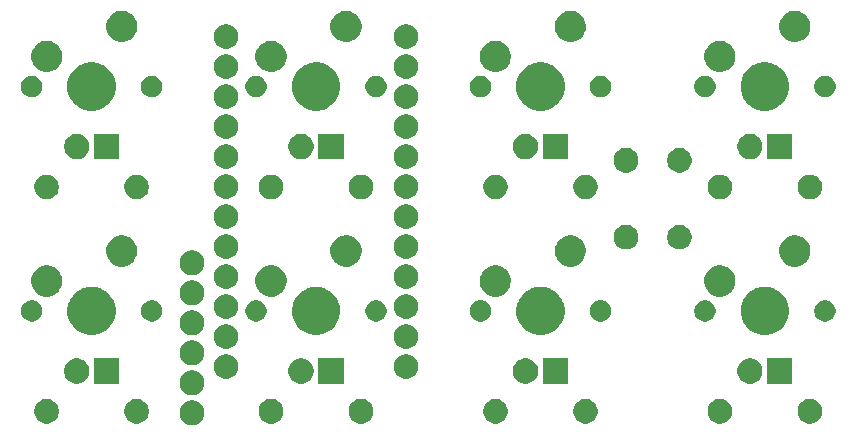
<source format=gbr>
G04 #@! TF.GenerationSoftware,KiCad,Pcbnew,5.0.2-bee76a0~70~ubuntu18.04.1*
G04 #@! TF.CreationDate,2019-03-19T15:09:44-04:00*
G04 #@! TF.ProjectId,8_key_simple_graphics (copy),385f6b65-795f-4736-996d-706c655f6772,rev?*
G04 #@! TF.SameCoordinates,Original*
G04 #@! TF.FileFunction,Soldermask,Top*
G04 #@! TF.FilePolarity,Negative*
%FSLAX46Y46*%
G04 Gerber Fmt 4.6, Leading zero omitted, Abs format (unit mm)*
G04 Created by KiCad (PCBNEW 5.0.2-bee76a0~70~ubuntu18.04.1) date Tue 19 Mar 2019 03:09:44 PM EDT*
%MOMM*%
%LPD*%
G01*
G04 APERTURE LIST*
%ADD10C,0.100000*%
G04 APERTURE END LIST*
D10*
G36*
X136803765Y-102618620D02*
X136993289Y-102697123D01*
X137163855Y-102811092D01*
X137308908Y-102956145D01*
X137422877Y-103126711D01*
X137501380Y-103316235D01*
X137541400Y-103517430D01*
X137541400Y-103722570D01*
X137501380Y-103923765D01*
X137422877Y-104113289D01*
X137308908Y-104283855D01*
X137163855Y-104428908D01*
X136993289Y-104542877D01*
X136803765Y-104621380D01*
X136602570Y-104661400D01*
X136397430Y-104661400D01*
X136196235Y-104621380D01*
X136006711Y-104542877D01*
X135836145Y-104428908D01*
X135691092Y-104283855D01*
X135577123Y-104113289D01*
X135498620Y-103923765D01*
X135458600Y-103722570D01*
X135458600Y-103517430D01*
X135498620Y-103316235D01*
X135577123Y-103126711D01*
X135691092Y-102956145D01*
X135836145Y-102811092D01*
X136006711Y-102697123D01*
X136196235Y-102618620D01*
X136397430Y-102578600D01*
X136602570Y-102578600D01*
X136803765Y-102618620D01*
X136803765Y-102618620D01*
G37*
G36*
X189113765Y-102498620D02*
X189303289Y-102577123D01*
X189473855Y-102691092D01*
X189618908Y-102836145D01*
X189732877Y-103006711D01*
X189811380Y-103196235D01*
X189851400Y-103397430D01*
X189851400Y-103602570D01*
X189811380Y-103803765D01*
X189732877Y-103993289D01*
X189618908Y-104163855D01*
X189473855Y-104308908D01*
X189303289Y-104422877D01*
X189113765Y-104501380D01*
X188912570Y-104541400D01*
X188707430Y-104541400D01*
X188506235Y-104501380D01*
X188316711Y-104422877D01*
X188146145Y-104308908D01*
X188001092Y-104163855D01*
X187887123Y-103993289D01*
X187808620Y-103803765D01*
X187768600Y-103602570D01*
X187768600Y-103397430D01*
X187808620Y-103196235D01*
X187887123Y-103006711D01*
X188001092Y-102836145D01*
X188146145Y-102691092D01*
X188316711Y-102577123D01*
X188506235Y-102498620D01*
X188707430Y-102458600D01*
X188912570Y-102458600D01*
X189113765Y-102498620D01*
X189113765Y-102498620D01*
G37*
G36*
X181493765Y-102498620D02*
X181683289Y-102577123D01*
X181853855Y-102691092D01*
X181998908Y-102836145D01*
X182112877Y-103006711D01*
X182191380Y-103196235D01*
X182231400Y-103397430D01*
X182231400Y-103602570D01*
X182191380Y-103803765D01*
X182112877Y-103993289D01*
X181998908Y-104163855D01*
X181853855Y-104308908D01*
X181683289Y-104422877D01*
X181493765Y-104501380D01*
X181292570Y-104541400D01*
X181087430Y-104541400D01*
X180886235Y-104501380D01*
X180696711Y-104422877D01*
X180526145Y-104308908D01*
X180381092Y-104163855D01*
X180267123Y-103993289D01*
X180188620Y-103803765D01*
X180148600Y-103602570D01*
X180148600Y-103397430D01*
X180188620Y-103196235D01*
X180267123Y-103006711D01*
X180381092Y-102836145D01*
X180526145Y-102691092D01*
X180696711Y-102577123D01*
X180886235Y-102498620D01*
X181087430Y-102458600D01*
X181292570Y-102458600D01*
X181493765Y-102498620D01*
X181493765Y-102498620D01*
G37*
G36*
X162493765Y-102498620D02*
X162683289Y-102577123D01*
X162853855Y-102691092D01*
X162998908Y-102836145D01*
X163112877Y-103006711D01*
X163191380Y-103196235D01*
X163231400Y-103397430D01*
X163231400Y-103602570D01*
X163191380Y-103803765D01*
X163112877Y-103993289D01*
X162998908Y-104163855D01*
X162853855Y-104308908D01*
X162683289Y-104422877D01*
X162493765Y-104501380D01*
X162292570Y-104541400D01*
X162087430Y-104541400D01*
X161886235Y-104501380D01*
X161696711Y-104422877D01*
X161526145Y-104308908D01*
X161381092Y-104163855D01*
X161267123Y-103993289D01*
X161188620Y-103803765D01*
X161148600Y-103602570D01*
X161148600Y-103397430D01*
X161188620Y-103196235D01*
X161267123Y-103006711D01*
X161381092Y-102836145D01*
X161526145Y-102691092D01*
X161696711Y-102577123D01*
X161886235Y-102498620D01*
X162087430Y-102458600D01*
X162292570Y-102458600D01*
X162493765Y-102498620D01*
X162493765Y-102498620D01*
G37*
G36*
X170113765Y-102498620D02*
X170303289Y-102577123D01*
X170473855Y-102691092D01*
X170618908Y-102836145D01*
X170732877Y-103006711D01*
X170811380Y-103196235D01*
X170851400Y-103397430D01*
X170851400Y-103602570D01*
X170811380Y-103803765D01*
X170732877Y-103993289D01*
X170618908Y-104163855D01*
X170473855Y-104308908D01*
X170303289Y-104422877D01*
X170113765Y-104501380D01*
X169912570Y-104541400D01*
X169707430Y-104541400D01*
X169506235Y-104501380D01*
X169316711Y-104422877D01*
X169146145Y-104308908D01*
X169001092Y-104163855D01*
X168887123Y-103993289D01*
X168808620Y-103803765D01*
X168768600Y-103602570D01*
X168768600Y-103397430D01*
X168808620Y-103196235D01*
X168887123Y-103006711D01*
X169001092Y-102836145D01*
X169146145Y-102691092D01*
X169316711Y-102577123D01*
X169506235Y-102498620D01*
X169707430Y-102458600D01*
X169912570Y-102458600D01*
X170113765Y-102498620D01*
X170113765Y-102498620D01*
G37*
G36*
X151113765Y-102498620D02*
X151303289Y-102577123D01*
X151473855Y-102691092D01*
X151618908Y-102836145D01*
X151732877Y-103006711D01*
X151811380Y-103196235D01*
X151851400Y-103397430D01*
X151851400Y-103602570D01*
X151811380Y-103803765D01*
X151732877Y-103993289D01*
X151618908Y-104163855D01*
X151473855Y-104308908D01*
X151303289Y-104422877D01*
X151113765Y-104501380D01*
X150912570Y-104541400D01*
X150707430Y-104541400D01*
X150506235Y-104501380D01*
X150316711Y-104422877D01*
X150146145Y-104308908D01*
X150001092Y-104163855D01*
X149887123Y-103993289D01*
X149808620Y-103803765D01*
X149768600Y-103602570D01*
X149768600Y-103397430D01*
X149808620Y-103196235D01*
X149887123Y-103006711D01*
X150001092Y-102836145D01*
X150146145Y-102691092D01*
X150316711Y-102577123D01*
X150506235Y-102498620D01*
X150707430Y-102458600D01*
X150912570Y-102458600D01*
X151113765Y-102498620D01*
X151113765Y-102498620D01*
G37*
G36*
X124493765Y-102498620D02*
X124683289Y-102577123D01*
X124853855Y-102691092D01*
X124998908Y-102836145D01*
X125112877Y-103006711D01*
X125191380Y-103196235D01*
X125231400Y-103397430D01*
X125231400Y-103602570D01*
X125191380Y-103803765D01*
X125112877Y-103993289D01*
X124998908Y-104163855D01*
X124853855Y-104308908D01*
X124683289Y-104422877D01*
X124493765Y-104501380D01*
X124292570Y-104541400D01*
X124087430Y-104541400D01*
X123886235Y-104501380D01*
X123696711Y-104422877D01*
X123526145Y-104308908D01*
X123381092Y-104163855D01*
X123267123Y-103993289D01*
X123188620Y-103803765D01*
X123148600Y-103602570D01*
X123148600Y-103397430D01*
X123188620Y-103196235D01*
X123267123Y-103006711D01*
X123381092Y-102836145D01*
X123526145Y-102691092D01*
X123696711Y-102577123D01*
X123886235Y-102498620D01*
X124087430Y-102458600D01*
X124292570Y-102458600D01*
X124493765Y-102498620D01*
X124493765Y-102498620D01*
G37*
G36*
X132113765Y-102498620D02*
X132303289Y-102577123D01*
X132473855Y-102691092D01*
X132618908Y-102836145D01*
X132732877Y-103006711D01*
X132811380Y-103196235D01*
X132851400Y-103397430D01*
X132851400Y-103602570D01*
X132811380Y-103803765D01*
X132732877Y-103993289D01*
X132618908Y-104163855D01*
X132473855Y-104308908D01*
X132303289Y-104422877D01*
X132113765Y-104501380D01*
X131912570Y-104541400D01*
X131707430Y-104541400D01*
X131506235Y-104501380D01*
X131316711Y-104422877D01*
X131146145Y-104308908D01*
X131001092Y-104163855D01*
X130887123Y-103993289D01*
X130808620Y-103803765D01*
X130768600Y-103602570D01*
X130768600Y-103397430D01*
X130808620Y-103196235D01*
X130887123Y-103006711D01*
X131001092Y-102836145D01*
X131146145Y-102691092D01*
X131316711Y-102577123D01*
X131506235Y-102498620D01*
X131707430Y-102458600D01*
X131912570Y-102458600D01*
X132113765Y-102498620D01*
X132113765Y-102498620D01*
G37*
G36*
X143493765Y-102498620D02*
X143683289Y-102577123D01*
X143853855Y-102691092D01*
X143998908Y-102836145D01*
X144112877Y-103006711D01*
X144191380Y-103196235D01*
X144231400Y-103397430D01*
X144231400Y-103602570D01*
X144191380Y-103803765D01*
X144112877Y-103993289D01*
X143998908Y-104163855D01*
X143853855Y-104308908D01*
X143683289Y-104422877D01*
X143493765Y-104501380D01*
X143292570Y-104541400D01*
X143087430Y-104541400D01*
X142886235Y-104501380D01*
X142696711Y-104422877D01*
X142526145Y-104308908D01*
X142381092Y-104163855D01*
X142267123Y-103993289D01*
X142188620Y-103803765D01*
X142148600Y-103602570D01*
X142148600Y-103397430D01*
X142188620Y-103196235D01*
X142267123Y-103006711D01*
X142381092Y-102836145D01*
X142526145Y-102691092D01*
X142696711Y-102577123D01*
X142886235Y-102498620D01*
X143087430Y-102458600D01*
X143292570Y-102458600D01*
X143493765Y-102498620D01*
X143493765Y-102498620D01*
G37*
G36*
X136803765Y-100078620D02*
X136993289Y-100157123D01*
X137163855Y-100271092D01*
X137308908Y-100416145D01*
X137422877Y-100586711D01*
X137501380Y-100776235D01*
X137541400Y-100977430D01*
X137541400Y-101182570D01*
X137501380Y-101383765D01*
X137422877Y-101573289D01*
X137308908Y-101743855D01*
X137163855Y-101888908D01*
X136993289Y-102002877D01*
X136803765Y-102081380D01*
X136602570Y-102121400D01*
X136397430Y-102121400D01*
X136196235Y-102081380D01*
X136006711Y-102002877D01*
X135836145Y-101888908D01*
X135691092Y-101743855D01*
X135577123Y-101573289D01*
X135498620Y-101383765D01*
X135458600Y-101182570D01*
X135458600Y-100977430D01*
X135498620Y-100776235D01*
X135577123Y-100586711D01*
X135691092Y-100416145D01*
X135836145Y-100271092D01*
X136006711Y-100157123D01*
X136196235Y-100078620D01*
X136397430Y-100038600D01*
X136602570Y-100038600D01*
X136803765Y-100078620D01*
X136803765Y-100078620D01*
G37*
G36*
X168336800Y-101146800D02*
X166203200Y-101146800D01*
X166203200Y-99013200D01*
X168336800Y-99013200D01*
X168336800Y-101146800D01*
X168336800Y-101146800D01*
G37*
G36*
X187336800Y-101146800D02*
X185203200Y-101146800D01*
X185203200Y-99013200D01*
X187336800Y-99013200D01*
X187336800Y-101146800D01*
X187336800Y-101146800D01*
G37*
G36*
X127041174Y-99054196D02*
X127235318Y-99134613D01*
X127410048Y-99251364D01*
X127558636Y-99399952D01*
X127675387Y-99574682D01*
X127755804Y-99768826D01*
X127796800Y-99974928D01*
X127796800Y-100185072D01*
X127755804Y-100391174D01*
X127675387Y-100585318D01*
X127558636Y-100760048D01*
X127410048Y-100908636D01*
X127235318Y-101025387D01*
X127041174Y-101105804D01*
X126835072Y-101146800D01*
X126624928Y-101146800D01*
X126418826Y-101105804D01*
X126224682Y-101025387D01*
X126049952Y-100908636D01*
X125901364Y-100760048D01*
X125784613Y-100585318D01*
X125704196Y-100391174D01*
X125663200Y-100185072D01*
X125663200Y-99974928D01*
X125704196Y-99768826D01*
X125784613Y-99574682D01*
X125901364Y-99399952D01*
X126049952Y-99251364D01*
X126224682Y-99134613D01*
X126418826Y-99054196D01*
X126624928Y-99013200D01*
X126835072Y-99013200D01*
X127041174Y-99054196D01*
X127041174Y-99054196D01*
G37*
G36*
X130336800Y-101146800D02*
X128203200Y-101146800D01*
X128203200Y-99013200D01*
X130336800Y-99013200D01*
X130336800Y-101146800D01*
X130336800Y-101146800D01*
G37*
G36*
X146041174Y-99054196D02*
X146235318Y-99134613D01*
X146410048Y-99251364D01*
X146558636Y-99399952D01*
X146675387Y-99574682D01*
X146755804Y-99768826D01*
X146796800Y-99974928D01*
X146796800Y-100185072D01*
X146755804Y-100391174D01*
X146675387Y-100585318D01*
X146558636Y-100760048D01*
X146410048Y-100908636D01*
X146235318Y-101025387D01*
X146041174Y-101105804D01*
X145835072Y-101146800D01*
X145624928Y-101146800D01*
X145418826Y-101105804D01*
X145224682Y-101025387D01*
X145049952Y-100908636D01*
X144901364Y-100760048D01*
X144784613Y-100585318D01*
X144704196Y-100391174D01*
X144663200Y-100185072D01*
X144663200Y-99974928D01*
X144704196Y-99768826D01*
X144784613Y-99574682D01*
X144901364Y-99399952D01*
X145049952Y-99251364D01*
X145224682Y-99134613D01*
X145418826Y-99054196D01*
X145624928Y-99013200D01*
X145835072Y-99013200D01*
X146041174Y-99054196D01*
X146041174Y-99054196D01*
G37*
G36*
X149336800Y-101146800D02*
X147203200Y-101146800D01*
X147203200Y-99013200D01*
X149336800Y-99013200D01*
X149336800Y-101146800D01*
X149336800Y-101146800D01*
G37*
G36*
X165041174Y-99054196D02*
X165235318Y-99134613D01*
X165410048Y-99251364D01*
X165558636Y-99399952D01*
X165675387Y-99574682D01*
X165755804Y-99768826D01*
X165796800Y-99974928D01*
X165796800Y-100185072D01*
X165755804Y-100391174D01*
X165675387Y-100585318D01*
X165558636Y-100760048D01*
X165410048Y-100908636D01*
X165235318Y-101025387D01*
X165041174Y-101105804D01*
X164835072Y-101146800D01*
X164624928Y-101146800D01*
X164418826Y-101105804D01*
X164224682Y-101025387D01*
X164049952Y-100908636D01*
X163901364Y-100760048D01*
X163784613Y-100585318D01*
X163704196Y-100391174D01*
X163663200Y-100185072D01*
X163663200Y-99974928D01*
X163704196Y-99768826D01*
X163784613Y-99574682D01*
X163901364Y-99399952D01*
X164049952Y-99251364D01*
X164224682Y-99134613D01*
X164418826Y-99054196D01*
X164624928Y-99013200D01*
X164835072Y-99013200D01*
X165041174Y-99054196D01*
X165041174Y-99054196D01*
G37*
G36*
X184041174Y-99054196D02*
X184235318Y-99134613D01*
X184410048Y-99251364D01*
X184558636Y-99399952D01*
X184675387Y-99574682D01*
X184755804Y-99768826D01*
X184796800Y-99974928D01*
X184796800Y-100185072D01*
X184755804Y-100391174D01*
X184675387Y-100585318D01*
X184558636Y-100760048D01*
X184410048Y-100908636D01*
X184235318Y-101025387D01*
X184041174Y-101105804D01*
X183835072Y-101146800D01*
X183624928Y-101146800D01*
X183418826Y-101105804D01*
X183224682Y-101025387D01*
X183049952Y-100908636D01*
X182901364Y-100760048D01*
X182784613Y-100585318D01*
X182704196Y-100391174D01*
X182663200Y-100185072D01*
X182663200Y-99974928D01*
X182704196Y-99768826D01*
X182784613Y-99574682D01*
X182901364Y-99399952D01*
X183049952Y-99251364D01*
X183224682Y-99134613D01*
X183418826Y-99054196D01*
X183624928Y-99013200D01*
X183835072Y-99013200D01*
X184041174Y-99054196D01*
X184041174Y-99054196D01*
G37*
G36*
X139683765Y-98698620D02*
X139873289Y-98777123D01*
X140043855Y-98891092D01*
X140188908Y-99036145D01*
X140302877Y-99206711D01*
X140381380Y-99396235D01*
X140421400Y-99597430D01*
X140421400Y-99802570D01*
X140381380Y-100003765D01*
X140302877Y-100193289D01*
X140188908Y-100363855D01*
X140043855Y-100508908D01*
X139873289Y-100622877D01*
X139683765Y-100701380D01*
X139482570Y-100741400D01*
X139277430Y-100741400D01*
X139076235Y-100701380D01*
X138886711Y-100622877D01*
X138716145Y-100508908D01*
X138571092Y-100363855D01*
X138457123Y-100193289D01*
X138378620Y-100003765D01*
X138338600Y-99802570D01*
X138338600Y-99597430D01*
X138378620Y-99396235D01*
X138457123Y-99206711D01*
X138571092Y-99036145D01*
X138716145Y-98891092D01*
X138886711Y-98777123D01*
X139076235Y-98698620D01*
X139277430Y-98658600D01*
X139482570Y-98658600D01*
X139683765Y-98698620D01*
X139683765Y-98698620D01*
G37*
G36*
X154923765Y-98698620D02*
X155113289Y-98777123D01*
X155283855Y-98891092D01*
X155428908Y-99036145D01*
X155542877Y-99206711D01*
X155621380Y-99396235D01*
X155661400Y-99597430D01*
X155661400Y-99802570D01*
X155621380Y-100003765D01*
X155542877Y-100193289D01*
X155428908Y-100363855D01*
X155283855Y-100508908D01*
X155113289Y-100622877D01*
X154923765Y-100701380D01*
X154722570Y-100741400D01*
X154517430Y-100741400D01*
X154316235Y-100701380D01*
X154126711Y-100622877D01*
X153956145Y-100508908D01*
X153811092Y-100363855D01*
X153697123Y-100193289D01*
X153618620Y-100003765D01*
X153578600Y-99802570D01*
X153578600Y-99597430D01*
X153618620Y-99396235D01*
X153697123Y-99206711D01*
X153811092Y-99036145D01*
X153956145Y-98891092D01*
X154126711Y-98777123D01*
X154316235Y-98698620D01*
X154517430Y-98658600D01*
X154722570Y-98658600D01*
X154923765Y-98698620D01*
X154923765Y-98698620D01*
G37*
G36*
X136803765Y-97538620D02*
X136993289Y-97617123D01*
X137163855Y-97731092D01*
X137308908Y-97876145D01*
X137422877Y-98046711D01*
X137501380Y-98236235D01*
X137541400Y-98437430D01*
X137541400Y-98642570D01*
X137501380Y-98843765D01*
X137422877Y-99033289D01*
X137308908Y-99203855D01*
X137163855Y-99348908D01*
X136993289Y-99462877D01*
X136803765Y-99541380D01*
X136602570Y-99581400D01*
X136397430Y-99581400D01*
X136196235Y-99541380D01*
X136006711Y-99462877D01*
X135836145Y-99348908D01*
X135691092Y-99203855D01*
X135577123Y-99033289D01*
X135498620Y-98843765D01*
X135458600Y-98642570D01*
X135458600Y-98437430D01*
X135498620Y-98236235D01*
X135577123Y-98046711D01*
X135691092Y-97876145D01*
X135836145Y-97731092D01*
X136006711Y-97617123D01*
X136196235Y-97538620D01*
X136397430Y-97498600D01*
X136602570Y-97498600D01*
X136803765Y-97538620D01*
X136803765Y-97538620D01*
G37*
G36*
X154923765Y-96158620D02*
X155113289Y-96237123D01*
X155283855Y-96351092D01*
X155428908Y-96496145D01*
X155542877Y-96666711D01*
X155621380Y-96856235D01*
X155661400Y-97057430D01*
X155661400Y-97262570D01*
X155621380Y-97463765D01*
X155542877Y-97653289D01*
X155428908Y-97823855D01*
X155283855Y-97968908D01*
X155113289Y-98082877D01*
X154923765Y-98161380D01*
X154722570Y-98201400D01*
X154517430Y-98201400D01*
X154316235Y-98161380D01*
X154126711Y-98082877D01*
X153956145Y-97968908D01*
X153811092Y-97823855D01*
X153697123Y-97653289D01*
X153618620Y-97463765D01*
X153578600Y-97262570D01*
X153578600Y-97057430D01*
X153618620Y-96856235D01*
X153697123Y-96666711D01*
X153811092Y-96496145D01*
X153956145Y-96351092D01*
X154126711Y-96237123D01*
X154316235Y-96158620D01*
X154517430Y-96118600D01*
X154722570Y-96118600D01*
X154923765Y-96158620D01*
X154923765Y-96158620D01*
G37*
G36*
X139683765Y-96158620D02*
X139873289Y-96237123D01*
X140043855Y-96351092D01*
X140188908Y-96496145D01*
X140302877Y-96666711D01*
X140381380Y-96856235D01*
X140421400Y-97057430D01*
X140421400Y-97262570D01*
X140381380Y-97463765D01*
X140302877Y-97653289D01*
X140188908Y-97823855D01*
X140043855Y-97968908D01*
X139873289Y-98082877D01*
X139683765Y-98161380D01*
X139482570Y-98201400D01*
X139277430Y-98201400D01*
X139076235Y-98161380D01*
X138886711Y-98082877D01*
X138716145Y-97968908D01*
X138571092Y-97823855D01*
X138457123Y-97653289D01*
X138378620Y-97463765D01*
X138338600Y-97262570D01*
X138338600Y-97057430D01*
X138378620Y-96856235D01*
X138457123Y-96666711D01*
X138571092Y-96496145D01*
X138716145Y-96351092D01*
X138886711Y-96237123D01*
X139076235Y-96158620D01*
X139277430Y-96118600D01*
X139482570Y-96118600D01*
X139683765Y-96158620D01*
X139683765Y-96158620D01*
G37*
G36*
X166440570Y-93002877D02*
X166596417Y-93033877D01*
X166711099Y-93081380D01*
X166968527Y-93188010D01*
X167303423Y-93411780D01*
X167588220Y-93696577D01*
X167811990Y-94031473D01*
X167851439Y-94126712D01*
X167966123Y-94403583D01*
X167985580Y-94501400D01*
X168044700Y-94798613D01*
X168044700Y-95201387D01*
X167966123Y-95596416D01*
X167811990Y-95968527D01*
X167588220Y-96303423D01*
X167303423Y-96588220D01*
X166968527Y-96811990D01*
X166750550Y-96902279D01*
X166596417Y-96966123D01*
X166464740Y-96992315D01*
X166201387Y-97044700D01*
X165798613Y-97044700D01*
X165535260Y-96992315D01*
X165403583Y-96966123D01*
X165249450Y-96902279D01*
X165031473Y-96811990D01*
X164696577Y-96588220D01*
X164411780Y-96303423D01*
X164188010Y-95968527D01*
X164033877Y-95596416D01*
X163955300Y-95201387D01*
X163955300Y-94798613D01*
X164014420Y-94501400D01*
X164033877Y-94403583D01*
X164148561Y-94126712D01*
X164188010Y-94031473D01*
X164411780Y-93696577D01*
X164696577Y-93411780D01*
X165031473Y-93188010D01*
X165288901Y-93081380D01*
X165403583Y-93033877D01*
X165559430Y-93002877D01*
X165798613Y-92955300D01*
X166201387Y-92955300D01*
X166440570Y-93002877D01*
X166440570Y-93002877D01*
G37*
G36*
X147440570Y-93002877D02*
X147596417Y-93033877D01*
X147711099Y-93081380D01*
X147968527Y-93188010D01*
X148303423Y-93411780D01*
X148588220Y-93696577D01*
X148811990Y-94031473D01*
X148851439Y-94126712D01*
X148966123Y-94403583D01*
X148985580Y-94501400D01*
X149044700Y-94798613D01*
X149044700Y-95201387D01*
X148966123Y-95596416D01*
X148811990Y-95968527D01*
X148588220Y-96303423D01*
X148303423Y-96588220D01*
X147968527Y-96811990D01*
X147750550Y-96902279D01*
X147596417Y-96966123D01*
X147464740Y-96992315D01*
X147201387Y-97044700D01*
X146798613Y-97044700D01*
X146535260Y-96992315D01*
X146403583Y-96966123D01*
X146249450Y-96902279D01*
X146031473Y-96811990D01*
X145696577Y-96588220D01*
X145411780Y-96303423D01*
X145188010Y-95968527D01*
X145033877Y-95596416D01*
X144955300Y-95201387D01*
X144955300Y-94798613D01*
X145014420Y-94501400D01*
X145033877Y-94403583D01*
X145148561Y-94126712D01*
X145188010Y-94031473D01*
X145411780Y-93696577D01*
X145696577Y-93411780D01*
X146031473Y-93188010D01*
X146288901Y-93081380D01*
X146403583Y-93033877D01*
X146559430Y-93002877D01*
X146798613Y-92955300D01*
X147201387Y-92955300D01*
X147440570Y-93002877D01*
X147440570Y-93002877D01*
G37*
G36*
X128440570Y-93002877D02*
X128596417Y-93033877D01*
X128711099Y-93081380D01*
X128968527Y-93188010D01*
X129303423Y-93411780D01*
X129588220Y-93696577D01*
X129811990Y-94031473D01*
X129851439Y-94126712D01*
X129966123Y-94403583D01*
X129985580Y-94501400D01*
X130044700Y-94798613D01*
X130044700Y-95201387D01*
X129966123Y-95596416D01*
X129811990Y-95968527D01*
X129588220Y-96303423D01*
X129303423Y-96588220D01*
X128968527Y-96811990D01*
X128750550Y-96902279D01*
X128596417Y-96966123D01*
X128464740Y-96992315D01*
X128201387Y-97044700D01*
X127798613Y-97044700D01*
X127535260Y-96992315D01*
X127403583Y-96966123D01*
X127249450Y-96902279D01*
X127031473Y-96811990D01*
X126696577Y-96588220D01*
X126411780Y-96303423D01*
X126188010Y-95968527D01*
X126033877Y-95596416D01*
X125955300Y-95201387D01*
X125955300Y-94798613D01*
X126014420Y-94501400D01*
X126033877Y-94403583D01*
X126148561Y-94126712D01*
X126188010Y-94031473D01*
X126411780Y-93696577D01*
X126696577Y-93411780D01*
X127031473Y-93188010D01*
X127288901Y-93081380D01*
X127403583Y-93033877D01*
X127559430Y-93002877D01*
X127798613Y-92955300D01*
X128201387Y-92955300D01*
X128440570Y-93002877D01*
X128440570Y-93002877D01*
G37*
G36*
X185440570Y-93002877D02*
X185596417Y-93033877D01*
X185711099Y-93081380D01*
X185968527Y-93188010D01*
X186303423Y-93411780D01*
X186588220Y-93696577D01*
X186811990Y-94031473D01*
X186851439Y-94126712D01*
X186966123Y-94403583D01*
X186985580Y-94501400D01*
X187044700Y-94798613D01*
X187044700Y-95201387D01*
X186966123Y-95596416D01*
X186811990Y-95968527D01*
X186588220Y-96303423D01*
X186303423Y-96588220D01*
X185968527Y-96811990D01*
X185750550Y-96902279D01*
X185596417Y-96966123D01*
X185464740Y-96992315D01*
X185201387Y-97044700D01*
X184798613Y-97044700D01*
X184535260Y-96992315D01*
X184403583Y-96966123D01*
X184249450Y-96902279D01*
X184031473Y-96811990D01*
X183696577Y-96588220D01*
X183411780Y-96303423D01*
X183188010Y-95968527D01*
X183033877Y-95596416D01*
X182955300Y-95201387D01*
X182955300Y-94798613D01*
X183014420Y-94501400D01*
X183033877Y-94403583D01*
X183148561Y-94126712D01*
X183188010Y-94031473D01*
X183411780Y-93696577D01*
X183696577Y-93411780D01*
X184031473Y-93188010D01*
X184288901Y-93081380D01*
X184403583Y-93033877D01*
X184559430Y-93002877D01*
X184798613Y-92955300D01*
X185201387Y-92955300D01*
X185440570Y-93002877D01*
X185440570Y-93002877D01*
G37*
G36*
X136803765Y-94998620D02*
X136993289Y-95077123D01*
X137163855Y-95191092D01*
X137308908Y-95336145D01*
X137422877Y-95506711D01*
X137501380Y-95696235D01*
X137541400Y-95897430D01*
X137541400Y-96102570D01*
X137501380Y-96303765D01*
X137422877Y-96493289D01*
X137308908Y-96663855D01*
X137163855Y-96808908D01*
X136993289Y-96922877D01*
X136803765Y-97001380D01*
X136602570Y-97041400D01*
X136397430Y-97041400D01*
X136196235Y-97001380D01*
X136006711Y-96922877D01*
X135836145Y-96808908D01*
X135691092Y-96663855D01*
X135577123Y-96493289D01*
X135498620Y-96303765D01*
X135458600Y-96102570D01*
X135458600Y-95897430D01*
X135498620Y-95696235D01*
X135577123Y-95506711D01*
X135691092Y-95336145D01*
X135836145Y-95191092D01*
X136006711Y-95077123D01*
X136196235Y-94998620D01*
X136397430Y-94958600D01*
X136602570Y-94958600D01*
X136803765Y-94998620D01*
X136803765Y-94998620D01*
G37*
G36*
X161183016Y-94132951D02*
X161347114Y-94200923D01*
X161494803Y-94299606D01*
X161620394Y-94425197D01*
X161719077Y-94572886D01*
X161787049Y-94736984D01*
X161821700Y-94911189D01*
X161821700Y-95088811D01*
X161787049Y-95263016D01*
X161719077Y-95427114D01*
X161620394Y-95574803D01*
X161494803Y-95700394D01*
X161347114Y-95799077D01*
X161183016Y-95867049D01*
X161008811Y-95901700D01*
X160831189Y-95901700D01*
X160656984Y-95867049D01*
X160492886Y-95799077D01*
X160345197Y-95700394D01*
X160219606Y-95574803D01*
X160120923Y-95427114D01*
X160052951Y-95263016D01*
X160018300Y-95088811D01*
X160018300Y-94911189D01*
X160052951Y-94736984D01*
X160120923Y-94572886D01*
X160219606Y-94425197D01*
X160345197Y-94299606D01*
X160492886Y-94200923D01*
X160656984Y-94132951D01*
X160831189Y-94098300D01*
X161008811Y-94098300D01*
X161183016Y-94132951D01*
X161183016Y-94132951D01*
G37*
G36*
X123183016Y-94132951D02*
X123347114Y-94200923D01*
X123494803Y-94299606D01*
X123620394Y-94425197D01*
X123719077Y-94572886D01*
X123787049Y-94736984D01*
X123821700Y-94911189D01*
X123821700Y-95088811D01*
X123787049Y-95263016D01*
X123719077Y-95427114D01*
X123620394Y-95574803D01*
X123494803Y-95700394D01*
X123347114Y-95799077D01*
X123183016Y-95867049D01*
X123008811Y-95901700D01*
X122831189Y-95901700D01*
X122656984Y-95867049D01*
X122492886Y-95799077D01*
X122345197Y-95700394D01*
X122219606Y-95574803D01*
X122120923Y-95427114D01*
X122052951Y-95263016D01*
X122018300Y-95088811D01*
X122018300Y-94911189D01*
X122052951Y-94736984D01*
X122120923Y-94572886D01*
X122219606Y-94425197D01*
X122345197Y-94299606D01*
X122492886Y-94200923D01*
X122656984Y-94132951D01*
X122831189Y-94098300D01*
X123008811Y-94098300D01*
X123183016Y-94132951D01*
X123183016Y-94132951D01*
G37*
G36*
X180183016Y-94132951D02*
X180347114Y-94200923D01*
X180494803Y-94299606D01*
X180620394Y-94425197D01*
X180719077Y-94572886D01*
X180787049Y-94736984D01*
X180821700Y-94911189D01*
X180821700Y-95088811D01*
X180787049Y-95263016D01*
X180719077Y-95427114D01*
X180620394Y-95574803D01*
X180494803Y-95700394D01*
X180347114Y-95799077D01*
X180183016Y-95867049D01*
X180008811Y-95901700D01*
X179831189Y-95901700D01*
X179656984Y-95867049D01*
X179492886Y-95799077D01*
X179345197Y-95700394D01*
X179219606Y-95574803D01*
X179120923Y-95427114D01*
X179052951Y-95263016D01*
X179018300Y-95088811D01*
X179018300Y-94911189D01*
X179052951Y-94736984D01*
X179120923Y-94572886D01*
X179219606Y-94425197D01*
X179345197Y-94299606D01*
X179492886Y-94200923D01*
X179656984Y-94132951D01*
X179831189Y-94098300D01*
X180008811Y-94098300D01*
X180183016Y-94132951D01*
X180183016Y-94132951D01*
G37*
G36*
X190343016Y-94132951D02*
X190507114Y-94200923D01*
X190654803Y-94299606D01*
X190780394Y-94425197D01*
X190879077Y-94572886D01*
X190947049Y-94736984D01*
X190981700Y-94911189D01*
X190981700Y-95088811D01*
X190947049Y-95263016D01*
X190879077Y-95427114D01*
X190780394Y-95574803D01*
X190654803Y-95700394D01*
X190507114Y-95799077D01*
X190343016Y-95867049D01*
X190168811Y-95901700D01*
X189991189Y-95901700D01*
X189816984Y-95867049D01*
X189652886Y-95799077D01*
X189505197Y-95700394D01*
X189379606Y-95574803D01*
X189280923Y-95427114D01*
X189212951Y-95263016D01*
X189178300Y-95088811D01*
X189178300Y-94911189D01*
X189212951Y-94736984D01*
X189280923Y-94572886D01*
X189379606Y-94425197D01*
X189505197Y-94299606D01*
X189652886Y-94200923D01*
X189816984Y-94132951D01*
X189991189Y-94098300D01*
X190168811Y-94098300D01*
X190343016Y-94132951D01*
X190343016Y-94132951D01*
G37*
G36*
X142183016Y-94132951D02*
X142347114Y-94200923D01*
X142494803Y-94299606D01*
X142620394Y-94425197D01*
X142719077Y-94572886D01*
X142787049Y-94736984D01*
X142821700Y-94911189D01*
X142821700Y-95088811D01*
X142787049Y-95263016D01*
X142719077Y-95427114D01*
X142620394Y-95574803D01*
X142494803Y-95700394D01*
X142347114Y-95799077D01*
X142183016Y-95867049D01*
X142008811Y-95901700D01*
X141831189Y-95901700D01*
X141656984Y-95867049D01*
X141492886Y-95799077D01*
X141345197Y-95700394D01*
X141219606Y-95574803D01*
X141120923Y-95427114D01*
X141052951Y-95263016D01*
X141018300Y-95088811D01*
X141018300Y-94911189D01*
X141052951Y-94736984D01*
X141120923Y-94572886D01*
X141219606Y-94425197D01*
X141345197Y-94299606D01*
X141492886Y-94200923D01*
X141656984Y-94132951D01*
X141831189Y-94098300D01*
X142008811Y-94098300D01*
X142183016Y-94132951D01*
X142183016Y-94132951D01*
G37*
G36*
X133343016Y-94132951D02*
X133507114Y-94200923D01*
X133654803Y-94299606D01*
X133780394Y-94425197D01*
X133879077Y-94572886D01*
X133947049Y-94736984D01*
X133981700Y-94911189D01*
X133981700Y-95088811D01*
X133947049Y-95263016D01*
X133879077Y-95427114D01*
X133780394Y-95574803D01*
X133654803Y-95700394D01*
X133507114Y-95799077D01*
X133343016Y-95867049D01*
X133168811Y-95901700D01*
X132991189Y-95901700D01*
X132816984Y-95867049D01*
X132652886Y-95799077D01*
X132505197Y-95700394D01*
X132379606Y-95574803D01*
X132280923Y-95427114D01*
X132212951Y-95263016D01*
X132178300Y-95088811D01*
X132178300Y-94911189D01*
X132212951Y-94736984D01*
X132280923Y-94572886D01*
X132379606Y-94425197D01*
X132505197Y-94299606D01*
X132652886Y-94200923D01*
X132816984Y-94132951D01*
X132991189Y-94098300D01*
X133168811Y-94098300D01*
X133343016Y-94132951D01*
X133343016Y-94132951D01*
G37*
G36*
X171343016Y-94132951D02*
X171507114Y-94200923D01*
X171654803Y-94299606D01*
X171780394Y-94425197D01*
X171879077Y-94572886D01*
X171947049Y-94736984D01*
X171981700Y-94911189D01*
X171981700Y-95088811D01*
X171947049Y-95263016D01*
X171879077Y-95427114D01*
X171780394Y-95574803D01*
X171654803Y-95700394D01*
X171507114Y-95799077D01*
X171343016Y-95867049D01*
X171168811Y-95901700D01*
X170991189Y-95901700D01*
X170816984Y-95867049D01*
X170652886Y-95799077D01*
X170505197Y-95700394D01*
X170379606Y-95574803D01*
X170280923Y-95427114D01*
X170212951Y-95263016D01*
X170178300Y-95088811D01*
X170178300Y-94911189D01*
X170212951Y-94736984D01*
X170280923Y-94572886D01*
X170379606Y-94425197D01*
X170505197Y-94299606D01*
X170652886Y-94200923D01*
X170816984Y-94132951D01*
X170991189Y-94098300D01*
X171168811Y-94098300D01*
X171343016Y-94132951D01*
X171343016Y-94132951D01*
G37*
G36*
X152343016Y-94132951D02*
X152507114Y-94200923D01*
X152654803Y-94299606D01*
X152780394Y-94425197D01*
X152879077Y-94572886D01*
X152947049Y-94736984D01*
X152981700Y-94911189D01*
X152981700Y-95088811D01*
X152947049Y-95263016D01*
X152879077Y-95427114D01*
X152780394Y-95574803D01*
X152654803Y-95700394D01*
X152507114Y-95799077D01*
X152343016Y-95867049D01*
X152168811Y-95901700D01*
X151991189Y-95901700D01*
X151816984Y-95867049D01*
X151652886Y-95799077D01*
X151505197Y-95700394D01*
X151379606Y-95574803D01*
X151280923Y-95427114D01*
X151212951Y-95263016D01*
X151178300Y-95088811D01*
X151178300Y-94911189D01*
X151212951Y-94736984D01*
X151280923Y-94572886D01*
X151379606Y-94425197D01*
X151505197Y-94299606D01*
X151652886Y-94200923D01*
X151816984Y-94132951D01*
X151991189Y-94098300D01*
X152168811Y-94098300D01*
X152343016Y-94132951D01*
X152343016Y-94132951D01*
G37*
G36*
X154923765Y-93618620D02*
X155113289Y-93697123D01*
X155283855Y-93811092D01*
X155428908Y-93956145D01*
X155542877Y-94126711D01*
X155621380Y-94316235D01*
X155661400Y-94517430D01*
X155661400Y-94722570D01*
X155621380Y-94923765D01*
X155542877Y-95113289D01*
X155428908Y-95283855D01*
X155283855Y-95428908D01*
X155113289Y-95542877D01*
X154923765Y-95621380D01*
X154722570Y-95661400D01*
X154517430Y-95661400D01*
X154316235Y-95621380D01*
X154126711Y-95542877D01*
X153956145Y-95428908D01*
X153811092Y-95283855D01*
X153697123Y-95113289D01*
X153618620Y-94923765D01*
X153578600Y-94722570D01*
X153578600Y-94517430D01*
X153618620Y-94316235D01*
X153697123Y-94126711D01*
X153811092Y-93956145D01*
X153956145Y-93811092D01*
X154126711Y-93697123D01*
X154316235Y-93618620D01*
X154517430Y-93578600D01*
X154722570Y-93578600D01*
X154923765Y-93618620D01*
X154923765Y-93618620D01*
G37*
G36*
X139683765Y-93618620D02*
X139873289Y-93697123D01*
X140043855Y-93811092D01*
X140188908Y-93956145D01*
X140302877Y-94126711D01*
X140381380Y-94316235D01*
X140421400Y-94517430D01*
X140421400Y-94722570D01*
X140381380Y-94923765D01*
X140302877Y-95113289D01*
X140188908Y-95283855D01*
X140043855Y-95428908D01*
X139873289Y-95542877D01*
X139683765Y-95621380D01*
X139482570Y-95661400D01*
X139277430Y-95661400D01*
X139076235Y-95621380D01*
X138886711Y-95542877D01*
X138716145Y-95428908D01*
X138571092Y-95283855D01*
X138457123Y-95113289D01*
X138378620Y-94923765D01*
X138338600Y-94722570D01*
X138338600Y-94517430D01*
X138378620Y-94316235D01*
X138457123Y-94126711D01*
X138571092Y-93956145D01*
X138716145Y-93811092D01*
X138886711Y-93697123D01*
X139076235Y-93618620D01*
X139277430Y-93578600D01*
X139482570Y-93578600D01*
X139683765Y-93618620D01*
X139683765Y-93618620D01*
G37*
G36*
X136803765Y-92458620D02*
X136993289Y-92537123D01*
X137163855Y-92651092D01*
X137308908Y-92796145D01*
X137422877Y-92966711D01*
X137501380Y-93156235D01*
X137541400Y-93357430D01*
X137541400Y-93562570D01*
X137501380Y-93763765D01*
X137422877Y-93953289D01*
X137308908Y-94123855D01*
X137163855Y-94268908D01*
X136993289Y-94382877D01*
X136803765Y-94461380D01*
X136602570Y-94501400D01*
X136397430Y-94501400D01*
X136196235Y-94461380D01*
X136006711Y-94382877D01*
X135836145Y-94268908D01*
X135691092Y-94123855D01*
X135577123Y-93953289D01*
X135498620Y-93763765D01*
X135458600Y-93562570D01*
X135458600Y-93357430D01*
X135498620Y-93156235D01*
X135577123Y-92966711D01*
X135691092Y-92796145D01*
X135836145Y-92651092D01*
X136006711Y-92537123D01*
X136196235Y-92458620D01*
X136397430Y-92418600D01*
X136602570Y-92418600D01*
X136803765Y-92458620D01*
X136803765Y-92458620D01*
G37*
G36*
X162575263Y-91189957D02*
X162815634Y-91289522D01*
X163031961Y-91434067D01*
X163215933Y-91618039D01*
X163290013Y-91728908D01*
X163360479Y-91834368D01*
X163460043Y-92074737D01*
X163510800Y-92329911D01*
X163510800Y-92590089D01*
X163460043Y-92845263D01*
X163381917Y-93033877D01*
X163360478Y-93085634D01*
X163215933Y-93301961D01*
X163031961Y-93485933D01*
X162815634Y-93630478D01*
X162815633Y-93630479D01*
X162815632Y-93630479D01*
X162575263Y-93730043D01*
X162320089Y-93780800D01*
X162059911Y-93780800D01*
X161804737Y-93730043D01*
X161564368Y-93630479D01*
X161564367Y-93630479D01*
X161564366Y-93630478D01*
X161348039Y-93485933D01*
X161164067Y-93301961D01*
X161019522Y-93085634D01*
X160998084Y-93033877D01*
X160919957Y-92845263D01*
X160869200Y-92590089D01*
X160869200Y-92329911D01*
X160919957Y-92074737D01*
X161019521Y-91834368D01*
X161089987Y-91728908D01*
X161164067Y-91618039D01*
X161348039Y-91434067D01*
X161564366Y-91289522D01*
X161804737Y-91189957D01*
X162059911Y-91139200D01*
X162320089Y-91139200D01*
X162575263Y-91189957D01*
X162575263Y-91189957D01*
G37*
G36*
X143575263Y-91189957D02*
X143815634Y-91289522D01*
X144031961Y-91434067D01*
X144215933Y-91618039D01*
X144290013Y-91728908D01*
X144360479Y-91834368D01*
X144460043Y-92074737D01*
X144510800Y-92329911D01*
X144510800Y-92590089D01*
X144460043Y-92845263D01*
X144381917Y-93033877D01*
X144360478Y-93085634D01*
X144215933Y-93301961D01*
X144031961Y-93485933D01*
X143815634Y-93630478D01*
X143815633Y-93630479D01*
X143815632Y-93630479D01*
X143575263Y-93730043D01*
X143320089Y-93780800D01*
X143059911Y-93780800D01*
X142804737Y-93730043D01*
X142564368Y-93630479D01*
X142564367Y-93630479D01*
X142564366Y-93630478D01*
X142348039Y-93485933D01*
X142164067Y-93301961D01*
X142019522Y-93085634D01*
X141998084Y-93033877D01*
X141919957Y-92845263D01*
X141869200Y-92590089D01*
X141869200Y-92329911D01*
X141919957Y-92074737D01*
X142019521Y-91834368D01*
X142089987Y-91728908D01*
X142164067Y-91618039D01*
X142348039Y-91434067D01*
X142564366Y-91289522D01*
X142804737Y-91189957D01*
X143059911Y-91139200D01*
X143320089Y-91139200D01*
X143575263Y-91189957D01*
X143575263Y-91189957D01*
G37*
G36*
X181575263Y-91189957D02*
X181815634Y-91289522D01*
X182031961Y-91434067D01*
X182215933Y-91618039D01*
X182290013Y-91728908D01*
X182360479Y-91834368D01*
X182460043Y-92074737D01*
X182510800Y-92329911D01*
X182510800Y-92590089D01*
X182460043Y-92845263D01*
X182381917Y-93033877D01*
X182360478Y-93085634D01*
X182215933Y-93301961D01*
X182031961Y-93485933D01*
X181815634Y-93630478D01*
X181815633Y-93630479D01*
X181815632Y-93630479D01*
X181575263Y-93730043D01*
X181320089Y-93780800D01*
X181059911Y-93780800D01*
X180804737Y-93730043D01*
X180564368Y-93630479D01*
X180564367Y-93630479D01*
X180564366Y-93630478D01*
X180348039Y-93485933D01*
X180164067Y-93301961D01*
X180019522Y-93085634D01*
X179998084Y-93033877D01*
X179919957Y-92845263D01*
X179869200Y-92590089D01*
X179869200Y-92329911D01*
X179919957Y-92074737D01*
X180019521Y-91834368D01*
X180089987Y-91728908D01*
X180164067Y-91618039D01*
X180348039Y-91434067D01*
X180564366Y-91289522D01*
X180804737Y-91189957D01*
X181059911Y-91139200D01*
X181320089Y-91139200D01*
X181575263Y-91189957D01*
X181575263Y-91189957D01*
G37*
G36*
X124575263Y-91189957D02*
X124815634Y-91289522D01*
X125031961Y-91434067D01*
X125215933Y-91618039D01*
X125290013Y-91728908D01*
X125360479Y-91834368D01*
X125460043Y-92074737D01*
X125510800Y-92329911D01*
X125510800Y-92590089D01*
X125460043Y-92845263D01*
X125381917Y-93033877D01*
X125360478Y-93085634D01*
X125215933Y-93301961D01*
X125031961Y-93485933D01*
X124815634Y-93630478D01*
X124815633Y-93630479D01*
X124815632Y-93630479D01*
X124575263Y-93730043D01*
X124320089Y-93780800D01*
X124059911Y-93780800D01*
X123804737Y-93730043D01*
X123564368Y-93630479D01*
X123564367Y-93630479D01*
X123564366Y-93630478D01*
X123348039Y-93485933D01*
X123164067Y-93301961D01*
X123019522Y-93085634D01*
X122998084Y-93033877D01*
X122919957Y-92845263D01*
X122869200Y-92590089D01*
X122869200Y-92329911D01*
X122919957Y-92074737D01*
X123019521Y-91834368D01*
X123089987Y-91728908D01*
X123164067Y-91618039D01*
X123348039Y-91434067D01*
X123564366Y-91289522D01*
X123804737Y-91189957D01*
X124059911Y-91139200D01*
X124320089Y-91139200D01*
X124575263Y-91189957D01*
X124575263Y-91189957D01*
G37*
G36*
X139683765Y-91078620D02*
X139873289Y-91157123D01*
X140043855Y-91271092D01*
X140188908Y-91416145D01*
X140302877Y-91586711D01*
X140381380Y-91776235D01*
X140421400Y-91977430D01*
X140421400Y-92182570D01*
X140381380Y-92383765D01*
X140302877Y-92573289D01*
X140188908Y-92743855D01*
X140043855Y-92888908D01*
X139873289Y-93002877D01*
X139683765Y-93081380D01*
X139482570Y-93121400D01*
X139277430Y-93121400D01*
X139076235Y-93081380D01*
X138886711Y-93002877D01*
X138716145Y-92888908D01*
X138571092Y-92743855D01*
X138457123Y-92573289D01*
X138378620Y-92383765D01*
X138338600Y-92182570D01*
X138338600Y-91977430D01*
X138378620Y-91776235D01*
X138457123Y-91586711D01*
X138571092Y-91416145D01*
X138716145Y-91271092D01*
X138886711Y-91157123D01*
X139076235Y-91078620D01*
X139277430Y-91038600D01*
X139482570Y-91038600D01*
X139683765Y-91078620D01*
X139683765Y-91078620D01*
G37*
G36*
X154923765Y-91078620D02*
X155113289Y-91157123D01*
X155283855Y-91271092D01*
X155428908Y-91416145D01*
X155542877Y-91586711D01*
X155621380Y-91776235D01*
X155661400Y-91977430D01*
X155661400Y-92182570D01*
X155621380Y-92383765D01*
X155542877Y-92573289D01*
X155428908Y-92743855D01*
X155283855Y-92888908D01*
X155113289Y-93002877D01*
X154923765Y-93081380D01*
X154722570Y-93121400D01*
X154517430Y-93121400D01*
X154316235Y-93081380D01*
X154126711Y-93002877D01*
X153956145Y-92888908D01*
X153811092Y-92743855D01*
X153697123Y-92573289D01*
X153618620Y-92383765D01*
X153578600Y-92182570D01*
X153578600Y-91977430D01*
X153618620Y-91776235D01*
X153697123Y-91586711D01*
X153811092Y-91416145D01*
X153956145Y-91271092D01*
X154126711Y-91157123D01*
X154316235Y-91078620D01*
X154517430Y-91038600D01*
X154722570Y-91038600D01*
X154923765Y-91078620D01*
X154923765Y-91078620D01*
G37*
G36*
X136803765Y-89918620D02*
X136993289Y-89997123D01*
X137163855Y-90111092D01*
X137308908Y-90256145D01*
X137422877Y-90426711D01*
X137501380Y-90616235D01*
X137541400Y-90817430D01*
X137541400Y-91022570D01*
X137501380Y-91223765D01*
X137422877Y-91413289D01*
X137308908Y-91583855D01*
X137163855Y-91728908D01*
X136993289Y-91842877D01*
X136803765Y-91921380D01*
X136602570Y-91961400D01*
X136397430Y-91961400D01*
X136196235Y-91921380D01*
X136006711Y-91842877D01*
X135836145Y-91728908D01*
X135691092Y-91583855D01*
X135577123Y-91413289D01*
X135498620Y-91223765D01*
X135458600Y-91022570D01*
X135458600Y-90817430D01*
X135498620Y-90616235D01*
X135577123Y-90426711D01*
X135691092Y-90256145D01*
X135836145Y-90111092D01*
X136006711Y-89997123D01*
X136196235Y-89918620D01*
X136397430Y-89878600D01*
X136602570Y-89878600D01*
X136803765Y-89918620D01*
X136803765Y-89918620D01*
G37*
G36*
X130918592Y-88648630D02*
X130925263Y-88649957D01*
X131165634Y-88749522D01*
X131381961Y-88894067D01*
X131565933Y-89078039D01*
X131710478Y-89294366D01*
X131810043Y-89534737D01*
X131860800Y-89789913D01*
X131860800Y-90050087D01*
X131810043Y-90305263D01*
X131710478Y-90545634D01*
X131565933Y-90761961D01*
X131381961Y-90945933D01*
X131165634Y-91090478D01*
X131165633Y-91090479D01*
X131165632Y-91090479D01*
X130925263Y-91190043D01*
X130670089Y-91240800D01*
X130409911Y-91240800D01*
X130154737Y-91190043D01*
X129914368Y-91090479D01*
X129914367Y-91090479D01*
X129914366Y-91090478D01*
X129698039Y-90945933D01*
X129514067Y-90761961D01*
X129369522Y-90545634D01*
X129269957Y-90305263D01*
X129219200Y-90050087D01*
X129219200Y-89789913D01*
X129269957Y-89534737D01*
X129369522Y-89294366D01*
X129514067Y-89078039D01*
X129698039Y-88894067D01*
X129914366Y-88749522D01*
X130154737Y-88649957D01*
X130161408Y-88648630D01*
X130409911Y-88599200D01*
X130670089Y-88599200D01*
X130918592Y-88648630D01*
X130918592Y-88648630D01*
G37*
G36*
X187918592Y-88648630D02*
X187925263Y-88649957D01*
X188165634Y-88749522D01*
X188381961Y-88894067D01*
X188565933Y-89078039D01*
X188710478Y-89294366D01*
X188810043Y-89534737D01*
X188860800Y-89789913D01*
X188860800Y-90050087D01*
X188810043Y-90305263D01*
X188710478Y-90545634D01*
X188565933Y-90761961D01*
X188381961Y-90945933D01*
X188165634Y-91090478D01*
X188165633Y-91090479D01*
X188165632Y-91090479D01*
X187925263Y-91190043D01*
X187670089Y-91240800D01*
X187409911Y-91240800D01*
X187154737Y-91190043D01*
X186914368Y-91090479D01*
X186914367Y-91090479D01*
X186914366Y-91090478D01*
X186698039Y-90945933D01*
X186514067Y-90761961D01*
X186369522Y-90545634D01*
X186269957Y-90305263D01*
X186219200Y-90050087D01*
X186219200Y-89789913D01*
X186269957Y-89534737D01*
X186369522Y-89294366D01*
X186514067Y-89078039D01*
X186698039Y-88894067D01*
X186914366Y-88749522D01*
X187154737Y-88649957D01*
X187161408Y-88648630D01*
X187409911Y-88599200D01*
X187670089Y-88599200D01*
X187918592Y-88648630D01*
X187918592Y-88648630D01*
G37*
G36*
X168918592Y-88648630D02*
X168925263Y-88649957D01*
X169165634Y-88749522D01*
X169381961Y-88894067D01*
X169565933Y-89078039D01*
X169710478Y-89294366D01*
X169810043Y-89534737D01*
X169860800Y-89789913D01*
X169860800Y-90050087D01*
X169810043Y-90305263D01*
X169710478Y-90545634D01*
X169565933Y-90761961D01*
X169381961Y-90945933D01*
X169165634Y-91090478D01*
X169165633Y-91090479D01*
X169165632Y-91090479D01*
X168925263Y-91190043D01*
X168670089Y-91240800D01*
X168409911Y-91240800D01*
X168154737Y-91190043D01*
X167914368Y-91090479D01*
X167914367Y-91090479D01*
X167914366Y-91090478D01*
X167698039Y-90945933D01*
X167514067Y-90761961D01*
X167369522Y-90545634D01*
X167269957Y-90305263D01*
X167219200Y-90050087D01*
X167219200Y-89789913D01*
X167269957Y-89534737D01*
X167369522Y-89294366D01*
X167514067Y-89078039D01*
X167698039Y-88894067D01*
X167914366Y-88749522D01*
X168154737Y-88649957D01*
X168161408Y-88648630D01*
X168409911Y-88599200D01*
X168670089Y-88599200D01*
X168918592Y-88648630D01*
X168918592Y-88648630D01*
G37*
G36*
X149918592Y-88648630D02*
X149925263Y-88649957D01*
X150165634Y-88749522D01*
X150381961Y-88894067D01*
X150565933Y-89078039D01*
X150710478Y-89294366D01*
X150810043Y-89534737D01*
X150860800Y-89789913D01*
X150860800Y-90050087D01*
X150810043Y-90305263D01*
X150710478Y-90545634D01*
X150565933Y-90761961D01*
X150381961Y-90945933D01*
X150165634Y-91090478D01*
X150165633Y-91090479D01*
X150165632Y-91090479D01*
X149925263Y-91190043D01*
X149670089Y-91240800D01*
X149409911Y-91240800D01*
X149154737Y-91190043D01*
X148914368Y-91090479D01*
X148914367Y-91090479D01*
X148914366Y-91090478D01*
X148698039Y-90945933D01*
X148514067Y-90761961D01*
X148369522Y-90545634D01*
X148269957Y-90305263D01*
X148219200Y-90050087D01*
X148219200Y-89789913D01*
X148269957Y-89534737D01*
X148369522Y-89294366D01*
X148514067Y-89078039D01*
X148698039Y-88894067D01*
X148914366Y-88749522D01*
X149154737Y-88649957D01*
X149161408Y-88648630D01*
X149409911Y-88599200D01*
X149670089Y-88599200D01*
X149918592Y-88648630D01*
X149918592Y-88648630D01*
G37*
G36*
X154923765Y-88538620D02*
X155113289Y-88617123D01*
X155283855Y-88731092D01*
X155428908Y-88876145D01*
X155542877Y-89046711D01*
X155621380Y-89236235D01*
X155661400Y-89437430D01*
X155661400Y-89642570D01*
X155621380Y-89843765D01*
X155542877Y-90033289D01*
X155428908Y-90203855D01*
X155283855Y-90348908D01*
X155113289Y-90462877D01*
X154923765Y-90541380D01*
X154722570Y-90581400D01*
X154517430Y-90581400D01*
X154316235Y-90541380D01*
X154126711Y-90462877D01*
X153956145Y-90348908D01*
X153811092Y-90203855D01*
X153697123Y-90033289D01*
X153618620Y-89843765D01*
X153578600Y-89642570D01*
X153578600Y-89437430D01*
X153618620Y-89236235D01*
X153697123Y-89046711D01*
X153811092Y-88876145D01*
X153956145Y-88731092D01*
X154126711Y-88617123D01*
X154316235Y-88538620D01*
X154517430Y-88498600D01*
X154722570Y-88498600D01*
X154923765Y-88538620D01*
X154923765Y-88538620D01*
G37*
G36*
X139683765Y-88538620D02*
X139873289Y-88617123D01*
X140043855Y-88731092D01*
X140188908Y-88876145D01*
X140302877Y-89046711D01*
X140381380Y-89236235D01*
X140421400Y-89437430D01*
X140421400Y-89642570D01*
X140381380Y-89843765D01*
X140302877Y-90033289D01*
X140188908Y-90203855D01*
X140043855Y-90348908D01*
X139873289Y-90462877D01*
X139683765Y-90541380D01*
X139482570Y-90581400D01*
X139277430Y-90581400D01*
X139076235Y-90541380D01*
X138886711Y-90462877D01*
X138716145Y-90348908D01*
X138571092Y-90203855D01*
X138457123Y-90033289D01*
X138378620Y-89843765D01*
X138338600Y-89642570D01*
X138338600Y-89437430D01*
X138378620Y-89236235D01*
X138457123Y-89046711D01*
X138571092Y-88876145D01*
X138716145Y-88731092D01*
X138886711Y-88617123D01*
X139076235Y-88538620D01*
X139277430Y-88498600D01*
X139482570Y-88498600D01*
X139683765Y-88538620D01*
X139683765Y-88538620D01*
G37*
G36*
X178064365Y-87749820D02*
X178253889Y-87828323D01*
X178424455Y-87942292D01*
X178569508Y-88087345D01*
X178683477Y-88257911D01*
X178761980Y-88447435D01*
X178802000Y-88648630D01*
X178802000Y-88853770D01*
X178761980Y-89054965D01*
X178683477Y-89244489D01*
X178569508Y-89415055D01*
X178424455Y-89560108D01*
X178253889Y-89674077D01*
X178064365Y-89752580D01*
X177863170Y-89792600D01*
X177658030Y-89792600D01*
X177456835Y-89752580D01*
X177267311Y-89674077D01*
X177096745Y-89560108D01*
X176951692Y-89415055D01*
X176837723Y-89244489D01*
X176759220Y-89054965D01*
X176719200Y-88853770D01*
X176719200Y-88648630D01*
X176759220Y-88447435D01*
X176837723Y-88257911D01*
X176951692Y-88087345D01*
X177096745Y-87942292D01*
X177267311Y-87828323D01*
X177456835Y-87749820D01*
X177658030Y-87709800D01*
X177863170Y-87709800D01*
X178064365Y-87749820D01*
X178064365Y-87749820D01*
G37*
G36*
X173543165Y-87749820D02*
X173732689Y-87828323D01*
X173903255Y-87942292D01*
X174048308Y-88087345D01*
X174162277Y-88257911D01*
X174240780Y-88447435D01*
X174280800Y-88648630D01*
X174280800Y-88853770D01*
X174240780Y-89054965D01*
X174162277Y-89244489D01*
X174048308Y-89415055D01*
X173903255Y-89560108D01*
X173732689Y-89674077D01*
X173543165Y-89752580D01*
X173341970Y-89792600D01*
X173136830Y-89792600D01*
X172935635Y-89752580D01*
X172746111Y-89674077D01*
X172575545Y-89560108D01*
X172430492Y-89415055D01*
X172316523Y-89244489D01*
X172238020Y-89054965D01*
X172198000Y-88853770D01*
X172198000Y-88648630D01*
X172238020Y-88447435D01*
X172316523Y-88257911D01*
X172430492Y-88087345D01*
X172575545Y-87942292D01*
X172746111Y-87828323D01*
X172935635Y-87749820D01*
X173136830Y-87709800D01*
X173341970Y-87709800D01*
X173543165Y-87749820D01*
X173543165Y-87749820D01*
G37*
G36*
X154923765Y-85998620D02*
X155113289Y-86077123D01*
X155283855Y-86191092D01*
X155428908Y-86336145D01*
X155542877Y-86506711D01*
X155621380Y-86696235D01*
X155661400Y-86897430D01*
X155661400Y-87102570D01*
X155621380Y-87303765D01*
X155542877Y-87493289D01*
X155428908Y-87663855D01*
X155283855Y-87808908D01*
X155113289Y-87922877D01*
X154923765Y-88001380D01*
X154722570Y-88041400D01*
X154517430Y-88041400D01*
X154316235Y-88001380D01*
X154126711Y-87922877D01*
X153956145Y-87808908D01*
X153811092Y-87663855D01*
X153697123Y-87493289D01*
X153618620Y-87303765D01*
X153578600Y-87102570D01*
X153578600Y-86897430D01*
X153618620Y-86696235D01*
X153697123Y-86506711D01*
X153811092Y-86336145D01*
X153956145Y-86191092D01*
X154126711Y-86077123D01*
X154316235Y-85998620D01*
X154517430Y-85958600D01*
X154722570Y-85958600D01*
X154923765Y-85998620D01*
X154923765Y-85998620D01*
G37*
G36*
X139683765Y-85998620D02*
X139873289Y-86077123D01*
X140043855Y-86191092D01*
X140188908Y-86336145D01*
X140302877Y-86506711D01*
X140381380Y-86696235D01*
X140421400Y-86897430D01*
X140421400Y-87102570D01*
X140381380Y-87303765D01*
X140302877Y-87493289D01*
X140188908Y-87663855D01*
X140043855Y-87808908D01*
X139873289Y-87922877D01*
X139683765Y-88001380D01*
X139482570Y-88041400D01*
X139277430Y-88041400D01*
X139076235Y-88001380D01*
X138886711Y-87922877D01*
X138716145Y-87808908D01*
X138571092Y-87663855D01*
X138457123Y-87493289D01*
X138378620Y-87303765D01*
X138338600Y-87102570D01*
X138338600Y-86897430D01*
X138378620Y-86696235D01*
X138457123Y-86506711D01*
X138571092Y-86336145D01*
X138716145Y-86191092D01*
X138886711Y-86077123D01*
X139076235Y-85998620D01*
X139277430Y-85958600D01*
X139482570Y-85958600D01*
X139683765Y-85998620D01*
X139683765Y-85998620D01*
G37*
G36*
X162493765Y-83498620D02*
X162683289Y-83577123D01*
X162853855Y-83691092D01*
X162998908Y-83836145D01*
X163112877Y-84006711D01*
X163191380Y-84196235D01*
X163231400Y-84397430D01*
X163231400Y-84602570D01*
X163191380Y-84803765D01*
X163112877Y-84993289D01*
X162998908Y-85163855D01*
X162853855Y-85308908D01*
X162683289Y-85422877D01*
X162493765Y-85501380D01*
X162292570Y-85541400D01*
X162087430Y-85541400D01*
X161886235Y-85501380D01*
X161696711Y-85422877D01*
X161526145Y-85308908D01*
X161381092Y-85163855D01*
X161267123Y-84993289D01*
X161188620Y-84803765D01*
X161148600Y-84602570D01*
X161148600Y-84397430D01*
X161188620Y-84196235D01*
X161267123Y-84006711D01*
X161381092Y-83836145D01*
X161526145Y-83691092D01*
X161696711Y-83577123D01*
X161886235Y-83498620D01*
X162087430Y-83458600D01*
X162292570Y-83458600D01*
X162493765Y-83498620D01*
X162493765Y-83498620D01*
G37*
G36*
X132113765Y-83498620D02*
X132303289Y-83577123D01*
X132473855Y-83691092D01*
X132618908Y-83836145D01*
X132732877Y-84006711D01*
X132811380Y-84196235D01*
X132851400Y-84397430D01*
X132851400Y-84602570D01*
X132811380Y-84803765D01*
X132732877Y-84993289D01*
X132618908Y-85163855D01*
X132473855Y-85308908D01*
X132303289Y-85422877D01*
X132113765Y-85501380D01*
X131912570Y-85541400D01*
X131707430Y-85541400D01*
X131506235Y-85501380D01*
X131316711Y-85422877D01*
X131146145Y-85308908D01*
X131001092Y-85163855D01*
X130887123Y-84993289D01*
X130808620Y-84803765D01*
X130768600Y-84602570D01*
X130768600Y-84397430D01*
X130808620Y-84196235D01*
X130887123Y-84006711D01*
X131001092Y-83836145D01*
X131146145Y-83691092D01*
X131316711Y-83577123D01*
X131506235Y-83498620D01*
X131707430Y-83458600D01*
X131912570Y-83458600D01*
X132113765Y-83498620D01*
X132113765Y-83498620D01*
G37*
G36*
X170113765Y-83498620D02*
X170303289Y-83577123D01*
X170473855Y-83691092D01*
X170618908Y-83836145D01*
X170732877Y-84006711D01*
X170811380Y-84196235D01*
X170851400Y-84397430D01*
X170851400Y-84602570D01*
X170811380Y-84803765D01*
X170732877Y-84993289D01*
X170618908Y-85163855D01*
X170473855Y-85308908D01*
X170303289Y-85422877D01*
X170113765Y-85501380D01*
X169912570Y-85541400D01*
X169707430Y-85541400D01*
X169506235Y-85501380D01*
X169316711Y-85422877D01*
X169146145Y-85308908D01*
X169001092Y-85163855D01*
X168887123Y-84993289D01*
X168808620Y-84803765D01*
X168768600Y-84602570D01*
X168768600Y-84397430D01*
X168808620Y-84196235D01*
X168887123Y-84006711D01*
X169001092Y-83836145D01*
X169146145Y-83691092D01*
X169316711Y-83577123D01*
X169506235Y-83498620D01*
X169707430Y-83458600D01*
X169912570Y-83458600D01*
X170113765Y-83498620D01*
X170113765Y-83498620D01*
G37*
G36*
X143493765Y-83498620D02*
X143683289Y-83577123D01*
X143853855Y-83691092D01*
X143998908Y-83836145D01*
X144112877Y-84006711D01*
X144191380Y-84196235D01*
X144231400Y-84397430D01*
X144231400Y-84602570D01*
X144191380Y-84803765D01*
X144112877Y-84993289D01*
X143998908Y-85163855D01*
X143853855Y-85308908D01*
X143683289Y-85422877D01*
X143493765Y-85501380D01*
X143292570Y-85541400D01*
X143087430Y-85541400D01*
X142886235Y-85501380D01*
X142696711Y-85422877D01*
X142526145Y-85308908D01*
X142381092Y-85163855D01*
X142267123Y-84993289D01*
X142188620Y-84803765D01*
X142148600Y-84602570D01*
X142148600Y-84397430D01*
X142188620Y-84196235D01*
X142267123Y-84006711D01*
X142381092Y-83836145D01*
X142526145Y-83691092D01*
X142696711Y-83577123D01*
X142886235Y-83498620D01*
X143087430Y-83458600D01*
X143292570Y-83458600D01*
X143493765Y-83498620D01*
X143493765Y-83498620D01*
G37*
G36*
X151113765Y-83498620D02*
X151303289Y-83577123D01*
X151473855Y-83691092D01*
X151618908Y-83836145D01*
X151732877Y-84006711D01*
X151811380Y-84196235D01*
X151851400Y-84397430D01*
X151851400Y-84602570D01*
X151811380Y-84803765D01*
X151732877Y-84993289D01*
X151618908Y-85163855D01*
X151473855Y-85308908D01*
X151303289Y-85422877D01*
X151113765Y-85501380D01*
X150912570Y-85541400D01*
X150707430Y-85541400D01*
X150506235Y-85501380D01*
X150316711Y-85422877D01*
X150146145Y-85308908D01*
X150001092Y-85163855D01*
X149887123Y-84993289D01*
X149808620Y-84803765D01*
X149768600Y-84602570D01*
X149768600Y-84397430D01*
X149808620Y-84196235D01*
X149887123Y-84006711D01*
X150001092Y-83836145D01*
X150146145Y-83691092D01*
X150316711Y-83577123D01*
X150506235Y-83498620D01*
X150707430Y-83458600D01*
X150912570Y-83458600D01*
X151113765Y-83498620D01*
X151113765Y-83498620D01*
G37*
G36*
X189113765Y-83498620D02*
X189303289Y-83577123D01*
X189473855Y-83691092D01*
X189618908Y-83836145D01*
X189732877Y-84006711D01*
X189811380Y-84196235D01*
X189851400Y-84397430D01*
X189851400Y-84602570D01*
X189811380Y-84803765D01*
X189732877Y-84993289D01*
X189618908Y-85163855D01*
X189473855Y-85308908D01*
X189303289Y-85422877D01*
X189113765Y-85501380D01*
X188912570Y-85541400D01*
X188707430Y-85541400D01*
X188506235Y-85501380D01*
X188316711Y-85422877D01*
X188146145Y-85308908D01*
X188001092Y-85163855D01*
X187887123Y-84993289D01*
X187808620Y-84803765D01*
X187768600Y-84602570D01*
X187768600Y-84397430D01*
X187808620Y-84196235D01*
X187887123Y-84006711D01*
X188001092Y-83836145D01*
X188146145Y-83691092D01*
X188316711Y-83577123D01*
X188506235Y-83498620D01*
X188707430Y-83458600D01*
X188912570Y-83458600D01*
X189113765Y-83498620D01*
X189113765Y-83498620D01*
G37*
G36*
X181493765Y-83498620D02*
X181683289Y-83577123D01*
X181853855Y-83691092D01*
X181998908Y-83836145D01*
X182112877Y-84006711D01*
X182191380Y-84196235D01*
X182231400Y-84397430D01*
X182231400Y-84602570D01*
X182191380Y-84803765D01*
X182112877Y-84993289D01*
X181998908Y-85163855D01*
X181853855Y-85308908D01*
X181683289Y-85422877D01*
X181493765Y-85501380D01*
X181292570Y-85541400D01*
X181087430Y-85541400D01*
X180886235Y-85501380D01*
X180696711Y-85422877D01*
X180526145Y-85308908D01*
X180381092Y-85163855D01*
X180267123Y-84993289D01*
X180188620Y-84803765D01*
X180148600Y-84602570D01*
X180148600Y-84397430D01*
X180188620Y-84196235D01*
X180267123Y-84006711D01*
X180381092Y-83836145D01*
X180526145Y-83691092D01*
X180696711Y-83577123D01*
X180886235Y-83498620D01*
X181087430Y-83458600D01*
X181292570Y-83458600D01*
X181493765Y-83498620D01*
X181493765Y-83498620D01*
G37*
G36*
X124493765Y-83498620D02*
X124683289Y-83577123D01*
X124853855Y-83691092D01*
X124998908Y-83836145D01*
X125112877Y-84006711D01*
X125191380Y-84196235D01*
X125231400Y-84397430D01*
X125231400Y-84602570D01*
X125191380Y-84803765D01*
X125112877Y-84993289D01*
X124998908Y-85163855D01*
X124853855Y-85308908D01*
X124683289Y-85422877D01*
X124493765Y-85501380D01*
X124292570Y-85541400D01*
X124087430Y-85541400D01*
X123886235Y-85501380D01*
X123696711Y-85422877D01*
X123526145Y-85308908D01*
X123381092Y-85163855D01*
X123267123Y-84993289D01*
X123188620Y-84803765D01*
X123148600Y-84602570D01*
X123148600Y-84397430D01*
X123188620Y-84196235D01*
X123267123Y-84006711D01*
X123381092Y-83836145D01*
X123526145Y-83691092D01*
X123696711Y-83577123D01*
X123886235Y-83498620D01*
X124087430Y-83458600D01*
X124292570Y-83458600D01*
X124493765Y-83498620D01*
X124493765Y-83498620D01*
G37*
G36*
X154923765Y-83458620D02*
X155113289Y-83537123D01*
X155283855Y-83651092D01*
X155428908Y-83796145D01*
X155542877Y-83966711D01*
X155621380Y-84156235D01*
X155661400Y-84357430D01*
X155661400Y-84562570D01*
X155621380Y-84763765D01*
X155542877Y-84953289D01*
X155428908Y-85123855D01*
X155283855Y-85268908D01*
X155113289Y-85382877D01*
X154923765Y-85461380D01*
X154722570Y-85501400D01*
X154517430Y-85501400D01*
X154316235Y-85461380D01*
X154126711Y-85382877D01*
X153956145Y-85268908D01*
X153811092Y-85123855D01*
X153697123Y-84953289D01*
X153618620Y-84763765D01*
X153578600Y-84562570D01*
X153578600Y-84357430D01*
X153618620Y-84156235D01*
X153697123Y-83966711D01*
X153811092Y-83796145D01*
X153956145Y-83651092D01*
X154126711Y-83537123D01*
X154316235Y-83458620D01*
X154517430Y-83418600D01*
X154722570Y-83418600D01*
X154923765Y-83458620D01*
X154923765Y-83458620D01*
G37*
G36*
X139683765Y-83458620D02*
X139873289Y-83537123D01*
X140043855Y-83651092D01*
X140188908Y-83796145D01*
X140302877Y-83966711D01*
X140381380Y-84156235D01*
X140421400Y-84357430D01*
X140421400Y-84562570D01*
X140381380Y-84763765D01*
X140302877Y-84953289D01*
X140188908Y-85123855D01*
X140043855Y-85268908D01*
X139873289Y-85382877D01*
X139683765Y-85461380D01*
X139482570Y-85501400D01*
X139277430Y-85501400D01*
X139076235Y-85461380D01*
X138886711Y-85382877D01*
X138716145Y-85268908D01*
X138571092Y-85123855D01*
X138457123Y-84953289D01*
X138378620Y-84763765D01*
X138338600Y-84562570D01*
X138338600Y-84357430D01*
X138378620Y-84156235D01*
X138457123Y-83966711D01*
X138571092Y-83796145D01*
X138716145Y-83651092D01*
X138886711Y-83537123D01*
X139076235Y-83458620D01*
X139277430Y-83418600D01*
X139482570Y-83418600D01*
X139683765Y-83458620D01*
X139683765Y-83458620D01*
G37*
G36*
X173543165Y-81247420D02*
X173732689Y-81325923D01*
X173903255Y-81439892D01*
X174048308Y-81584945D01*
X174162277Y-81755511D01*
X174240780Y-81945035D01*
X174280800Y-82146230D01*
X174280800Y-82351370D01*
X174240780Y-82552565D01*
X174162277Y-82742089D01*
X174048308Y-82912655D01*
X173903255Y-83057708D01*
X173732689Y-83171677D01*
X173543165Y-83250180D01*
X173341970Y-83290200D01*
X173136830Y-83290200D01*
X172935635Y-83250180D01*
X172746111Y-83171677D01*
X172575545Y-83057708D01*
X172430492Y-82912655D01*
X172316523Y-82742089D01*
X172238020Y-82552565D01*
X172198000Y-82351370D01*
X172198000Y-82146230D01*
X172238020Y-81945035D01*
X172316523Y-81755511D01*
X172430492Y-81584945D01*
X172575545Y-81439892D01*
X172746111Y-81325923D01*
X172935635Y-81247420D01*
X173136830Y-81207400D01*
X173341970Y-81207400D01*
X173543165Y-81247420D01*
X173543165Y-81247420D01*
G37*
G36*
X178064365Y-81247420D02*
X178253889Y-81325923D01*
X178424455Y-81439892D01*
X178569508Y-81584945D01*
X178683477Y-81755511D01*
X178761980Y-81945035D01*
X178802000Y-82146230D01*
X178802000Y-82351370D01*
X178761980Y-82552565D01*
X178683477Y-82742089D01*
X178569508Y-82912655D01*
X178424455Y-83057708D01*
X178253889Y-83171677D01*
X178064365Y-83250180D01*
X177863170Y-83290200D01*
X177658030Y-83290200D01*
X177456835Y-83250180D01*
X177267311Y-83171677D01*
X177096745Y-83057708D01*
X176951692Y-82912655D01*
X176837723Y-82742089D01*
X176759220Y-82552565D01*
X176719200Y-82351370D01*
X176719200Y-82146230D01*
X176759220Y-81945035D01*
X176837723Y-81755511D01*
X176951692Y-81584945D01*
X177096745Y-81439892D01*
X177267311Y-81325923D01*
X177456835Y-81247420D01*
X177658030Y-81207400D01*
X177863170Y-81207400D01*
X178064365Y-81247420D01*
X178064365Y-81247420D01*
G37*
G36*
X154923765Y-80918620D02*
X155113289Y-80997123D01*
X155283855Y-81111092D01*
X155428908Y-81256145D01*
X155542877Y-81426711D01*
X155621380Y-81616235D01*
X155661400Y-81817430D01*
X155661400Y-82022570D01*
X155621380Y-82223765D01*
X155542877Y-82413289D01*
X155428908Y-82583855D01*
X155283855Y-82728908D01*
X155113289Y-82842877D01*
X154923765Y-82921380D01*
X154722570Y-82961400D01*
X154517430Y-82961400D01*
X154316235Y-82921380D01*
X154126711Y-82842877D01*
X153956145Y-82728908D01*
X153811092Y-82583855D01*
X153697123Y-82413289D01*
X153618620Y-82223765D01*
X153578600Y-82022570D01*
X153578600Y-81817430D01*
X153618620Y-81616235D01*
X153697123Y-81426711D01*
X153811092Y-81256145D01*
X153956145Y-81111092D01*
X154126711Y-80997123D01*
X154316235Y-80918620D01*
X154517430Y-80878600D01*
X154722570Y-80878600D01*
X154923765Y-80918620D01*
X154923765Y-80918620D01*
G37*
G36*
X139683765Y-80918620D02*
X139873289Y-80997123D01*
X140043855Y-81111092D01*
X140188908Y-81256145D01*
X140302877Y-81426711D01*
X140381380Y-81616235D01*
X140421400Y-81817430D01*
X140421400Y-82022570D01*
X140381380Y-82223765D01*
X140302877Y-82413289D01*
X140188908Y-82583855D01*
X140043855Y-82728908D01*
X139873289Y-82842877D01*
X139683765Y-82921380D01*
X139482570Y-82961400D01*
X139277430Y-82961400D01*
X139076235Y-82921380D01*
X138886711Y-82842877D01*
X138716145Y-82728908D01*
X138571092Y-82583855D01*
X138457123Y-82413289D01*
X138378620Y-82223765D01*
X138338600Y-82022570D01*
X138338600Y-81817430D01*
X138378620Y-81616235D01*
X138457123Y-81426711D01*
X138571092Y-81256145D01*
X138716145Y-81111092D01*
X138886711Y-80997123D01*
X139076235Y-80918620D01*
X139277430Y-80878600D01*
X139482570Y-80878600D01*
X139683765Y-80918620D01*
X139683765Y-80918620D01*
G37*
G36*
X165041174Y-80054196D02*
X165235318Y-80134613D01*
X165410048Y-80251364D01*
X165558636Y-80399952D01*
X165675387Y-80574682D01*
X165755804Y-80768826D01*
X165796800Y-80974928D01*
X165796800Y-81185072D01*
X165755804Y-81391174D01*
X165675387Y-81585318D01*
X165558636Y-81760048D01*
X165410048Y-81908636D01*
X165235318Y-82025387D01*
X165041174Y-82105804D01*
X164835072Y-82146800D01*
X164624928Y-82146800D01*
X164418826Y-82105804D01*
X164224682Y-82025387D01*
X164049952Y-81908636D01*
X163901364Y-81760048D01*
X163784613Y-81585318D01*
X163704196Y-81391174D01*
X163663200Y-81185072D01*
X163663200Y-80974928D01*
X163704196Y-80768826D01*
X163784613Y-80574682D01*
X163901364Y-80399952D01*
X164049952Y-80251364D01*
X164224682Y-80134613D01*
X164418826Y-80054196D01*
X164624928Y-80013200D01*
X164835072Y-80013200D01*
X165041174Y-80054196D01*
X165041174Y-80054196D01*
G37*
G36*
X149336800Y-82146800D02*
X147203200Y-82146800D01*
X147203200Y-80013200D01*
X149336800Y-80013200D01*
X149336800Y-82146800D01*
X149336800Y-82146800D01*
G37*
G36*
X146041174Y-80054196D02*
X146235318Y-80134613D01*
X146410048Y-80251364D01*
X146558636Y-80399952D01*
X146675387Y-80574682D01*
X146755804Y-80768826D01*
X146796800Y-80974928D01*
X146796800Y-81185072D01*
X146755804Y-81391174D01*
X146675387Y-81585318D01*
X146558636Y-81760048D01*
X146410048Y-81908636D01*
X146235318Y-82025387D01*
X146041174Y-82105804D01*
X145835072Y-82146800D01*
X145624928Y-82146800D01*
X145418826Y-82105804D01*
X145224682Y-82025387D01*
X145049952Y-81908636D01*
X144901364Y-81760048D01*
X144784613Y-81585318D01*
X144704196Y-81391174D01*
X144663200Y-81185072D01*
X144663200Y-80974928D01*
X144704196Y-80768826D01*
X144784613Y-80574682D01*
X144901364Y-80399952D01*
X145049952Y-80251364D01*
X145224682Y-80134613D01*
X145418826Y-80054196D01*
X145624928Y-80013200D01*
X145835072Y-80013200D01*
X146041174Y-80054196D01*
X146041174Y-80054196D01*
G37*
G36*
X130336800Y-82146800D02*
X128203200Y-82146800D01*
X128203200Y-80013200D01*
X130336800Y-80013200D01*
X130336800Y-82146800D01*
X130336800Y-82146800D01*
G37*
G36*
X127041174Y-80054196D02*
X127235318Y-80134613D01*
X127410048Y-80251364D01*
X127558636Y-80399952D01*
X127675387Y-80574682D01*
X127755804Y-80768826D01*
X127796800Y-80974928D01*
X127796800Y-81185072D01*
X127755804Y-81391174D01*
X127675387Y-81585318D01*
X127558636Y-81760048D01*
X127410048Y-81908636D01*
X127235318Y-82025387D01*
X127041174Y-82105804D01*
X126835072Y-82146800D01*
X126624928Y-82146800D01*
X126418826Y-82105804D01*
X126224682Y-82025387D01*
X126049952Y-81908636D01*
X125901364Y-81760048D01*
X125784613Y-81585318D01*
X125704196Y-81391174D01*
X125663200Y-81185072D01*
X125663200Y-80974928D01*
X125704196Y-80768826D01*
X125784613Y-80574682D01*
X125901364Y-80399952D01*
X126049952Y-80251364D01*
X126224682Y-80134613D01*
X126418826Y-80054196D01*
X126624928Y-80013200D01*
X126835072Y-80013200D01*
X127041174Y-80054196D01*
X127041174Y-80054196D01*
G37*
G36*
X168336800Y-82146800D02*
X166203200Y-82146800D01*
X166203200Y-80013200D01*
X168336800Y-80013200D01*
X168336800Y-82146800D01*
X168336800Y-82146800D01*
G37*
G36*
X184041174Y-80054196D02*
X184235318Y-80134613D01*
X184410048Y-80251364D01*
X184558636Y-80399952D01*
X184675387Y-80574682D01*
X184755804Y-80768826D01*
X184796800Y-80974928D01*
X184796800Y-81185072D01*
X184755804Y-81391174D01*
X184675387Y-81585318D01*
X184558636Y-81760048D01*
X184410048Y-81908636D01*
X184235318Y-82025387D01*
X184041174Y-82105804D01*
X183835072Y-82146800D01*
X183624928Y-82146800D01*
X183418826Y-82105804D01*
X183224682Y-82025387D01*
X183049952Y-81908636D01*
X182901364Y-81760048D01*
X182784613Y-81585318D01*
X182704196Y-81391174D01*
X182663200Y-81185072D01*
X182663200Y-80974928D01*
X182704196Y-80768826D01*
X182784613Y-80574682D01*
X182901364Y-80399952D01*
X183049952Y-80251364D01*
X183224682Y-80134613D01*
X183418826Y-80054196D01*
X183624928Y-80013200D01*
X183835072Y-80013200D01*
X184041174Y-80054196D01*
X184041174Y-80054196D01*
G37*
G36*
X187336800Y-82146800D02*
X185203200Y-82146800D01*
X185203200Y-80013200D01*
X187336800Y-80013200D01*
X187336800Y-82146800D01*
X187336800Y-82146800D01*
G37*
G36*
X139683765Y-78378620D02*
X139873289Y-78457123D01*
X140043855Y-78571092D01*
X140188908Y-78716145D01*
X140302877Y-78886711D01*
X140381380Y-79076235D01*
X140421400Y-79277430D01*
X140421400Y-79482570D01*
X140381380Y-79683765D01*
X140302877Y-79873289D01*
X140188908Y-80043855D01*
X140043855Y-80188908D01*
X139873289Y-80302877D01*
X139683765Y-80381380D01*
X139482570Y-80421400D01*
X139277430Y-80421400D01*
X139076235Y-80381380D01*
X138886711Y-80302877D01*
X138716145Y-80188908D01*
X138571092Y-80043855D01*
X138457123Y-79873289D01*
X138378620Y-79683765D01*
X138338600Y-79482570D01*
X138338600Y-79277430D01*
X138378620Y-79076235D01*
X138457123Y-78886711D01*
X138571092Y-78716145D01*
X138716145Y-78571092D01*
X138886711Y-78457123D01*
X139076235Y-78378620D01*
X139277430Y-78338600D01*
X139482570Y-78338600D01*
X139683765Y-78378620D01*
X139683765Y-78378620D01*
G37*
G36*
X154923765Y-78378620D02*
X155113289Y-78457123D01*
X155283855Y-78571092D01*
X155428908Y-78716145D01*
X155542877Y-78886711D01*
X155621380Y-79076235D01*
X155661400Y-79277430D01*
X155661400Y-79482570D01*
X155621380Y-79683765D01*
X155542877Y-79873289D01*
X155428908Y-80043855D01*
X155283855Y-80188908D01*
X155113289Y-80302877D01*
X154923765Y-80381380D01*
X154722570Y-80421400D01*
X154517430Y-80421400D01*
X154316235Y-80381380D01*
X154126711Y-80302877D01*
X153956145Y-80188908D01*
X153811092Y-80043855D01*
X153697123Y-79873289D01*
X153618620Y-79683765D01*
X153578600Y-79482570D01*
X153578600Y-79277430D01*
X153618620Y-79076235D01*
X153697123Y-78886711D01*
X153811092Y-78716145D01*
X153956145Y-78571092D01*
X154126711Y-78457123D01*
X154316235Y-78378620D01*
X154517430Y-78338600D01*
X154722570Y-78338600D01*
X154923765Y-78378620D01*
X154923765Y-78378620D01*
G37*
G36*
X185464740Y-74007685D02*
X185596417Y-74033877D01*
X185721364Y-74085632D01*
X185968527Y-74188010D01*
X186303423Y-74411780D01*
X186588220Y-74696577D01*
X186811990Y-75031473D01*
X186966123Y-75403584D01*
X187044700Y-75798613D01*
X187044700Y-76201387D01*
X186966123Y-76596416D01*
X186811990Y-76968527D01*
X186588220Y-77303423D01*
X186303423Y-77588220D01*
X185968527Y-77811990D01*
X185800956Y-77881400D01*
X185596417Y-77966123D01*
X185464740Y-77992315D01*
X185201387Y-78044700D01*
X184798613Y-78044700D01*
X184535260Y-77992315D01*
X184403583Y-77966123D01*
X184199044Y-77881400D01*
X184031473Y-77811990D01*
X183696577Y-77588220D01*
X183411780Y-77303423D01*
X183188010Y-76968527D01*
X183033877Y-76596416D01*
X182955300Y-76201387D01*
X182955300Y-75798613D01*
X183033877Y-75403584D01*
X183188010Y-75031473D01*
X183411780Y-74696577D01*
X183696577Y-74411780D01*
X184031473Y-74188010D01*
X184278636Y-74085632D01*
X184403583Y-74033877D01*
X184535260Y-74007685D01*
X184798613Y-73955300D01*
X185201387Y-73955300D01*
X185464740Y-74007685D01*
X185464740Y-74007685D01*
G37*
G36*
X166464740Y-74007685D02*
X166596417Y-74033877D01*
X166721364Y-74085632D01*
X166968527Y-74188010D01*
X167303423Y-74411780D01*
X167588220Y-74696577D01*
X167811990Y-75031473D01*
X167966123Y-75403584D01*
X168044700Y-75798613D01*
X168044700Y-76201387D01*
X167966123Y-76596416D01*
X167811990Y-76968527D01*
X167588220Y-77303423D01*
X167303423Y-77588220D01*
X166968527Y-77811990D01*
X166800956Y-77881400D01*
X166596417Y-77966123D01*
X166464740Y-77992315D01*
X166201387Y-78044700D01*
X165798613Y-78044700D01*
X165535260Y-77992315D01*
X165403583Y-77966123D01*
X165199044Y-77881400D01*
X165031473Y-77811990D01*
X164696577Y-77588220D01*
X164411780Y-77303423D01*
X164188010Y-76968527D01*
X164033877Y-76596416D01*
X163955300Y-76201387D01*
X163955300Y-75798613D01*
X164033877Y-75403584D01*
X164188010Y-75031473D01*
X164411780Y-74696577D01*
X164696577Y-74411780D01*
X165031473Y-74188010D01*
X165278636Y-74085632D01*
X165403583Y-74033877D01*
X165535260Y-74007685D01*
X165798613Y-73955300D01*
X166201387Y-73955300D01*
X166464740Y-74007685D01*
X166464740Y-74007685D01*
G37*
G36*
X147464740Y-74007685D02*
X147596417Y-74033877D01*
X147721364Y-74085632D01*
X147968527Y-74188010D01*
X148303423Y-74411780D01*
X148588220Y-74696577D01*
X148811990Y-75031473D01*
X148966123Y-75403584D01*
X149044700Y-75798613D01*
X149044700Y-76201387D01*
X148966123Y-76596416D01*
X148811990Y-76968527D01*
X148588220Y-77303423D01*
X148303423Y-77588220D01*
X147968527Y-77811990D01*
X147800956Y-77881400D01*
X147596417Y-77966123D01*
X147464740Y-77992315D01*
X147201387Y-78044700D01*
X146798613Y-78044700D01*
X146535260Y-77992315D01*
X146403583Y-77966123D01*
X146199044Y-77881400D01*
X146031473Y-77811990D01*
X145696577Y-77588220D01*
X145411780Y-77303423D01*
X145188010Y-76968527D01*
X145033877Y-76596416D01*
X144955300Y-76201387D01*
X144955300Y-75798613D01*
X145033877Y-75403584D01*
X145188010Y-75031473D01*
X145411780Y-74696577D01*
X145696577Y-74411780D01*
X146031473Y-74188010D01*
X146278636Y-74085632D01*
X146403583Y-74033877D01*
X146535260Y-74007685D01*
X146798613Y-73955300D01*
X147201387Y-73955300D01*
X147464740Y-74007685D01*
X147464740Y-74007685D01*
G37*
G36*
X128464740Y-74007685D02*
X128596417Y-74033877D01*
X128721364Y-74085632D01*
X128968527Y-74188010D01*
X129303423Y-74411780D01*
X129588220Y-74696577D01*
X129811990Y-75031473D01*
X129966123Y-75403584D01*
X130044700Y-75798613D01*
X130044700Y-76201387D01*
X129966123Y-76596416D01*
X129811990Y-76968527D01*
X129588220Y-77303423D01*
X129303423Y-77588220D01*
X128968527Y-77811990D01*
X128800956Y-77881400D01*
X128596417Y-77966123D01*
X128464740Y-77992315D01*
X128201387Y-78044700D01*
X127798613Y-78044700D01*
X127535260Y-77992315D01*
X127403583Y-77966123D01*
X127199044Y-77881400D01*
X127031473Y-77811990D01*
X126696577Y-77588220D01*
X126411780Y-77303423D01*
X126188010Y-76968527D01*
X126033877Y-76596416D01*
X125955300Y-76201387D01*
X125955300Y-75798613D01*
X126033877Y-75403584D01*
X126188010Y-75031473D01*
X126411780Y-74696577D01*
X126696577Y-74411780D01*
X127031473Y-74188010D01*
X127278636Y-74085632D01*
X127403583Y-74033877D01*
X127535260Y-74007685D01*
X127798613Y-73955300D01*
X128201387Y-73955300D01*
X128464740Y-74007685D01*
X128464740Y-74007685D01*
G37*
G36*
X139683765Y-75838620D02*
X139873289Y-75917123D01*
X140043855Y-76031092D01*
X140188908Y-76176145D01*
X140302877Y-76346711D01*
X140381380Y-76536235D01*
X140421400Y-76737430D01*
X140421400Y-76942570D01*
X140381380Y-77143765D01*
X140302877Y-77333289D01*
X140188908Y-77503855D01*
X140043855Y-77648908D01*
X139873289Y-77762877D01*
X139683765Y-77841380D01*
X139482570Y-77881400D01*
X139277430Y-77881400D01*
X139076235Y-77841380D01*
X138886711Y-77762877D01*
X138716145Y-77648908D01*
X138571092Y-77503855D01*
X138457123Y-77333289D01*
X138378620Y-77143765D01*
X138338600Y-76942570D01*
X138338600Y-76737430D01*
X138378620Y-76536235D01*
X138457123Y-76346711D01*
X138571092Y-76176145D01*
X138716145Y-76031092D01*
X138886711Y-75917123D01*
X139076235Y-75838620D01*
X139277430Y-75798600D01*
X139482570Y-75798600D01*
X139683765Y-75838620D01*
X139683765Y-75838620D01*
G37*
G36*
X154923765Y-75838620D02*
X155113289Y-75917123D01*
X155283855Y-76031092D01*
X155428908Y-76176145D01*
X155542877Y-76346711D01*
X155621380Y-76536235D01*
X155661400Y-76737430D01*
X155661400Y-76942570D01*
X155621380Y-77143765D01*
X155542877Y-77333289D01*
X155428908Y-77503855D01*
X155283855Y-77648908D01*
X155113289Y-77762877D01*
X154923765Y-77841380D01*
X154722570Y-77881400D01*
X154517430Y-77881400D01*
X154316235Y-77841380D01*
X154126711Y-77762877D01*
X153956145Y-77648908D01*
X153811092Y-77503855D01*
X153697123Y-77333289D01*
X153618620Y-77143765D01*
X153578600Y-76942570D01*
X153578600Y-76737430D01*
X153618620Y-76536235D01*
X153697123Y-76346711D01*
X153811092Y-76176145D01*
X153956145Y-76031092D01*
X154126711Y-75917123D01*
X154316235Y-75838620D01*
X154517430Y-75798600D01*
X154722570Y-75798600D01*
X154923765Y-75838620D01*
X154923765Y-75838620D01*
G37*
G36*
X171343016Y-75132951D02*
X171507114Y-75200923D01*
X171654803Y-75299606D01*
X171780394Y-75425197D01*
X171879077Y-75572886D01*
X171947049Y-75736984D01*
X171981700Y-75911189D01*
X171981700Y-76088811D01*
X171947049Y-76263016D01*
X171879077Y-76427114D01*
X171780394Y-76574803D01*
X171654803Y-76700394D01*
X171507114Y-76799077D01*
X171343016Y-76867049D01*
X171168811Y-76901700D01*
X170991189Y-76901700D01*
X170816984Y-76867049D01*
X170652886Y-76799077D01*
X170505197Y-76700394D01*
X170379606Y-76574803D01*
X170280923Y-76427114D01*
X170212951Y-76263016D01*
X170178300Y-76088811D01*
X170178300Y-75911189D01*
X170212951Y-75736984D01*
X170280923Y-75572886D01*
X170379606Y-75425197D01*
X170505197Y-75299606D01*
X170652886Y-75200923D01*
X170816984Y-75132951D01*
X170991189Y-75098300D01*
X171168811Y-75098300D01*
X171343016Y-75132951D01*
X171343016Y-75132951D01*
G37*
G36*
X180183016Y-75132951D02*
X180347114Y-75200923D01*
X180494803Y-75299606D01*
X180620394Y-75425197D01*
X180719077Y-75572886D01*
X180787049Y-75736984D01*
X180821700Y-75911189D01*
X180821700Y-76088811D01*
X180787049Y-76263016D01*
X180719077Y-76427114D01*
X180620394Y-76574803D01*
X180494803Y-76700394D01*
X180347114Y-76799077D01*
X180183016Y-76867049D01*
X180008811Y-76901700D01*
X179831189Y-76901700D01*
X179656984Y-76867049D01*
X179492886Y-76799077D01*
X179345197Y-76700394D01*
X179219606Y-76574803D01*
X179120923Y-76427114D01*
X179052951Y-76263016D01*
X179018300Y-76088811D01*
X179018300Y-75911189D01*
X179052951Y-75736984D01*
X179120923Y-75572886D01*
X179219606Y-75425197D01*
X179345197Y-75299606D01*
X179492886Y-75200923D01*
X179656984Y-75132951D01*
X179831189Y-75098300D01*
X180008811Y-75098300D01*
X180183016Y-75132951D01*
X180183016Y-75132951D01*
G37*
G36*
X161183016Y-75132951D02*
X161347114Y-75200923D01*
X161494803Y-75299606D01*
X161620394Y-75425197D01*
X161719077Y-75572886D01*
X161787049Y-75736984D01*
X161821700Y-75911189D01*
X161821700Y-76088811D01*
X161787049Y-76263016D01*
X161719077Y-76427114D01*
X161620394Y-76574803D01*
X161494803Y-76700394D01*
X161347114Y-76799077D01*
X161183016Y-76867049D01*
X161008811Y-76901700D01*
X160831189Y-76901700D01*
X160656984Y-76867049D01*
X160492886Y-76799077D01*
X160345197Y-76700394D01*
X160219606Y-76574803D01*
X160120923Y-76427114D01*
X160052951Y-76263016D01*
X160018300Y-76088811D01*
X160018300Y-75911189D01*
X160052951Y-75736984D01*
X160120923Y-75572886D01*
X160219606Y-75425197D01*
X160345197Y-75299606D01*
X160492886Y-75200923D01*
X160656984Y-75132951D01*
X160831189Y-75098300D01*
X161008811Y-75098300D01*
X161183016Y-75132951D01*
X161183016Y-75132951D01*
G37*
G36*
X123183016Y-75132951D02*
X123347114Y-75200923D01*
X123494803Y-75299606D01*
X123620394Y-75425197D01*
X123719077Y-75572886D01*
X123787049Y-75736984D01*
X123821700Y-75911189D01*
X123821700Y-76088811D01*
X123787049Y-76263016D01*
X123719077Y-76427114D01*
X123620394Y-76574803D01*
X123494803Y-76700394D01*
X123347114Y-76799077D01*
X123183016Y-76867049D01*
X123008811Y-76901700D01*
X122831189Y-76901700D01*
X122656984Y-76867049D01*
X122492886Y-76799077D01*
X122345197Y-76700394D01*
X122219606Y-76574803D01*
X122120923Y-76427114D01*
X122052951Y-76263016D01*
X122018300Y-76088811D01*
X122018300Y-75911189D01*
X122052951Y-75736984D01*
X122120923Y-75572886D01*
X122219606Y-75425197D01*
X122345197Y-75299606D01*
X122492886Y-75200923D01*
X122656984Y-75132951D01*
X122831189Y-75098300D01*
X123008811Y-75098300D01*
X123183016Y-75132951D01*
X123183016Y-75132951D01*
G37*
G36*
X152343016Y-75132951D02*
X152507114Y-75200923D01*
X152654803Y-75299606D01*
X152780394Y-75425197D01*
X152879077Y-75572886D01*
X152947049Y-75736984D01*
X152981700Y-75911189D01*
X152981700Y-76088811D01*
X152947049Y-76263016D01*
X152879077Y-76427114D01*
X152780394Y-76574803D01*
X152654803Y-76700394D01*
X152507114Y-76799077D01*
X152343016Y-76867049D01*
X152168811Y-76901700D01*
X151991189Y-76901700D01*
X151816984Y-76867049D01*
X151652886Y-76799077D01*
X151505197Y-76700394D01*
X151379606Y-76574803D01*
X151280923Y-76427114D01*
X151212951Y-76263016D01*
X151178300Y-76088811D01*
X151178300Y-75911189D01*
X151212951Y-75736984D01*
X151280923Y-75572886D01*
X151379606Y-75425197D01*
X151505197Y-75299606D01*
X151652886Y-75200923D01*
X151816984Y-75132951D01*
X151991189Y-75098300D01*
X152168811Y-75098300D01*
X152343016Y-75132951D01*
X152343016Y-75132951D01*
G37*
G36*
X142183016Y-75132951D02*
X142347114Y-75200923D01*
X142494803Y-75299606D01*
X142620394Y-75425197D01*
X142719077Y-75572886D01*
X142787049Y-75736984D01*
X142821700Y-75911189D01*
X142821700Y-76088811D01*
X142787049Y-76263016D01*
X142719077Y-76427114D01*
X142620394Y-76574803D01*
X142494803Y-76700394D01*
X142347114Y-76799077D01*
X142183016Y-76867049D01*
X142008811Y-76901700D01*
X141831189Y-76901700D01*
X141656984Y-76867049D01*
X141492886Y-76799077D01*
X141345197Y-76700394D01*
X141219606Y-76574803D01*
X141120923Y-76427114D01*
X141052951Y-76263016D01*
X141018300Y-76088811D01*
X141018300Y-75911189D01*
X141052951Y-75736984D01*
X141120923Y-75572886D01*
X141219606Y-75425197D01*
X141345197Y-75299606D01*
X141492886Y-75200923D01*
X141656984Y-75132951D01*
X141831189Y-75098300D01*
X142008811Y-75098300D01*
X142183016Y-75132951D01*
X142183016Y-75132951D01*
G37*
G36*
X133343016Y-75132951D02*
X133507114Y-75200923D01*
X133654803Y-75299606D01*
X133780394Y-75425197D01*
X133879077Y-75572886D01*
X133947049Y-75736984D01*
X133981700Y-75911189D01*
X133981700Y-76088811D01*
X133947049Y-76263016D01*
X133879077Y-76427114D01*
X133780394Y-76574803D01*
X133654803Y-76700394D01*
X133507114Y-76799077D01*
X133343016Y-76867049D01*
X133168811Y-76901700D01*
X132991189Y-76901700D01*
X132816984Y-76867049D01*
X132652886Y-76799077D01*
X132505197Y-76700394D01*
X132379606Y-76574803D01*
X132280923Y-76427114D01*
X132212951Y-76263016D01*
X132178300Y-76088811D01*
X132178300Y-75911189D01*
X132212951Y-75736984D01*
X132280923Y-75572886D01*
X132379606Y-75425197D01*
X132505197Y-75299606D01*
X132652886Y-75200923D01*
X132816984Y-75132951D01*
X132991189Y-75098300D01*
X133168811Y-75098300D01*
X133343016Y-75132951D01*
X133343016Y-75132951D01*
G37*
G36*
X190343016Y-75132951D02*
X190507114Y-75200923D01*
X190654803Y-75299606D01*
X190780394Y-75425197D01*
X190879077Y-75572886D01*
X190947049Y-75736984D01*
X190981700Y-75911189D01*
X190981700Y-76088811D01*
X190947049Y-76263016D01*
X190879077Y-76427114D01*
X190780394Y-76574803D01*
X190654803Y-76700394D01*
X190507114Y-76799077D01*
X190343016Y-76867049D01*
X190168811Y-76901700D01*
X189991189Y-76901700D01*
X189816984Y-76867049D01*
X189652886Y-76799077D01*
X189505197Y-76700394D01*
X189379606Y-76574803D01*
X189280923Y-76427114D01*
X189212951Y-76263016D01*
X189178300Y-76088811D01*
X189178300Y-75911189D01*
X189212951Y-75736984D01*
X189280923Y-75572886D01*
X189379606Y-75425197D01*
X189505197Y-75299606D01*
X189652886Y-75200923D01*
X189816984Y-75132951D01*
X189991189Y-75098300D01*
X190168811Y-75098300D01*
X190343016Y-75132951D01*
X190343016Y-75132951D01*
G37*
G36*
X139683765Y-73298620D02*
X139873289Y-73377123D01*
X140043855Y-73491092D01*
X140188908Y-73636145D01*
X140302877Y-73806711D01*
X140381380Y-73996235D01*
X140421400Y-74197430D01*
X140421400Y-74402570D01*
X140381380Y-74603765D01*
X140302877Y-74793289D01*
X140188908Y-74963855D01*
X140043855Y-75108908D01*
X139873289Y-75222877D01*
X139683765Y-75301380D01*
X139482570Y-75341400D01*
X139277430Y-75341400D01*
X139076235Y-75301380D01*
X138886711Y-75222877D01*
X138716145Y-75108908D01*
X138571092Y-74963855D01*
X138457123Y-74793289D01*
X138378620Y-74603765D01*
X138338600Y-74402570D01*
X138338600Y-74197430D01*
X138378620Y-73996235D01*
X138457123Y-73806711D01*
X138571092Y-73636145D01*
X138716145Y-73491092D01*
X138886711Y-73377123D01*
X139076235Y-73298620D01*
X139277430Y-73258600D01*
X139482570Y-73258600D01*
X139683765Y-73298620D01*
X139683765Y-73298620D01*
G37*
G36*
X154923765Y-73298620D02*
X155113289Y-73377123D01*
X155283855Y-73491092D01*
X155428908Y-73636145D01*
X155542877Y-73806711D01*
X155621380Y-73996235D01*
X155661400Y-74197430D01*
X155661400Y-74402570D01*
X155621380Y-74603765D01*
X155542877Y-74793289D01*
X155428908Y-74963855D01*
X155283855Y-75108908D01*
X155113289Y-75222877D01*
X154923765Y-75301380D01*
X154722570Y-75341400D01*
X154517430Y-75341400D01*
X154316235Y-75301380D01*
X154126711Y-75222877D01*
X153956145Y-75108908D01*
X153811092Y-74963855D01*
X153697123Y-74793289D01*
X153618620Y-74603765D01*
X153578600Y-74402570D01*
X153578600Y-74197430D01*
X153618620Y-73996235D01*
X153697123Y-73806711D01*
X153811092Y-73636145D01*
X153956145Y-73491092D01*
X154126711Y-73377123D01*
X154316235Y-73298620D01*
X154517430Y-73258600D01*
X154722570Y-73258600D01*
X154923765Y-73298620D01*
X154923765Y-73298620D01*
G37*
G36*
X181575263Y-72189957D02*
X181728158Y-72253288D01*
X181815634Y-72289522D01*
X182031961Y-72434067D01*
X182215933Y-72618039D01*
X182360478Y-72834366D01*
X182360479Y-72834368D01*
X182460043Y-73074737D01*
X182510800Y-73329911D01*
X182510800Y-73590089D01*
X182460043Y-73845263D01*
X182381917Y-74033877D01*
X182360478Y-74085634D01*
X182215933Y-74301961D01*
X182031961Y-74485933D01*
X181815634Y-74630478D01*
X181815633Y-74630479D01*
X181815632Y-74630479D01*
X181575263Y-74730043D01*
X181320089Y-74780800D01*
X181059911Y-74780800D01*
X180804737Y-74730043D01*
X180564368Y-74630479D01*
X180564367Y-74630479D01*
X180564366Y-74630478D01*
X180348039Y-74485933D01*
X180164067Y-74301961D01*
X180019522Y-74085634D01*
X179998084Y-74033877D01*
X179919957Y-73845263D01*
X179869200Y-73590089D01*
X179869200Y-73329911D01*
X179919957Y-73074737D01*
X180019521Y-72834368D01*
X180019522Y-72834366D01*
X180164067Y-72618039D01*
X180348039Y-72434067D01*
X180564366Y-72289522D01*
X180651843Y-72253288D01*
X180804737Y-72189957D01*
X181059911Y-72139200D01*
X181320089Y-72139200D01*
X181575263Y-72189957D01*
X181575263Y-72189957D01*
G37*
G36*
X143575263Y-72189957D02*
X143728158Y-72253288D01*
X143815634Y-72289522D01*
X144031961Y-72434067D01*
X144215933Y-72618039D01*
X144360478Y-72834366D01*
X144360479Y-72834368D01*
X144460043Y-73074737D01*
X144510800Y-73329911D01*
X144510800Y-73590089D01*
X144460043Y-73845263D01*
X144381917Y-74033877D01*
X144360478Y-74085634D01*
X144215933Y-74301961D01*
X144031961Y-74485933D01*
X143815634Y-74630478D01*
X143815633Y-74630479D01*
X143815632Y-74630479D01*
X143575263Y-74730043D01*
X143320089Y-74780800D01*
X143059911Y-74780800D01*
X142804737Y-74730043D01*
X142564368Y-74630479D01*
X142564367Y-74630479D01*
X142564366Y-74630478D01*
X142348039Y-74485933D01*
X142164067Y-74301961D01*
X142019522Y-74085634D01*
X141998084Y-74033877D01*
X141919957Y-73845263D01*
X141869200Y-73590089D01*
X141869200Y-73329911D01*
X141919957Y-73074737D01*
X142019521Y-72834368D01*
X142019522Y-72834366D01*
X142164067Y-72618039D01*
X142348039Y-72434067D01*
X142564366Y-72289522D01*
X142651843Y-72253288D01*
X142804737Y-72189957D01*
X143059911Y-72139200D01*
X143320089Y-72139200D01*
X143575263Y-72189957D01*
X143575263Y-72189957D01*
G37*
G36*
X124575263Y-72189957D02*
X124728158Y-72253288D01*
X124815634Y-72289522D01*
X125031961Y-72434067D01*
X125215933Y-72618039D01*
X125360478Y-72834366D01*
X125360479Y-72834368D01*
X125460043Y-73074737D01*
X125510800Y-73329911D01*
X125510800Y-73590089D01*
X125460043Y-73845263D01*
X125381917Y-74033877D01*
X125360478Y-74085634D01*
X125215933Y-74301961D01*
X125031961Y-74485933D01*
X124815634Y-74630478D01*
X124815633Y-74630479D01*
X124815632Y-74630479D01*
X124575263Y-74730043D01*
X124320089Y-74780800D01*
X124059911Y-74780800D01*
X123804737Y-74730043D01*
X123564368Y-74630479D01*
X123564367Y-74630479D01*
X123564366Y-74630478D01*
X123348039Y-74485933D01*
X123164067Y-74301961D01*
X123019522Y-74085634D01*
X122998084Y-74033877D01*
X122919957Y-73845263D01*
X122869200Y-73590089D01*
X122869200Y-73329911D01*
X122919957Y-73074737D01*
X123019521Y-72834368D01*
X123019522Y-72834366D01*
X123164067Y-72618039D01*
X123348039Y-72434067D01*
X123564366Y-72289522D01*
X123651843Y-72253288D01*
X123804737Y-72189957D01*
X124059911Y-72139200D01*
X124320089Y-72139200D01*
X124575263Y-72189957D01*
X124575263Y-72189957D01*
G37*
G36*
X162575263Y-72189957D02*
X162728158Y-72253288D01*
X162815634Y-72289522D01*
X163031961Y-72434067D01*
X163215933Y-72618039D01*
X163360478Y-72834366D01*
X163360479Y-72834368D01*
X163460043Y-73074737D01*
X163510800Y-73329911D01*
X163510800Y-73590089D01*
X163460043Y-73845263D01*
X163381917Y-74033877D01*
X163360478Y-74085634D01*
X163215933Y-74301961D01*
X163031961Y-74485933D01*
X162815634Y-74630478D01*
X162815633Y-74630479D01*
X162815632Y-74630479D01*
X162575263Y-74730043D01*
X162320089Y-74780800D01*
X162059911Y-74780800D01*
X161804737Y-74730043D01*
X161564368Y-74630479D01*
X161564367Y-74630479D01*
X161564366Y-74630478D01*
X161348039Y-74485933D01*
X161164067Y-74301961D01*
X161019522Y-74085634D01*
X160998084Y-74033877D01*
X160919957Y-73845263D01*
X160869200Y-73590089D01*
X160869200Y-73329911D01*
X160919957Y-73074737D01*
X161019521Y-72834368D01*
X161019522Y-72834366D01*
X161164067Y-72618039D01*
X161348039Y-72434067D01*
X161564366Y-72289522D01*
X161651843Y-72253288D01*
X161804737Y-72189957D01*
X162059911Y-72139200D01*
X162320089Y-72139200D01*
X162575263Y-72189957D01*
X162575263Y-72189957D01*
G37*
G36*
X139683765Y-70758620D02*
X139873289Y-70837123D01*
X140043855Y-70951092D01*
X140188908Y-71096145D01*
X140302877Y-71266711D01*
X140381380Y-71456235D01*
X140421400Y-71657430D01*
X140421400Y-71862570D01*
X140381380Y-72063765D01*
X140302877Y-72253289D01*
X140188908Y-72423855D01*
X140043855Y-72568908D01*
X139873289Y-72682877D01*
X139683765Y-72761380D01*
X139482570Y-72801400D01*
X139277430Y-72801400D01*
X139076235Y-72761380D01*
X138886711Y-72682877D01*
X138716145Y-72568908D01*
X138571092Y-72423855D01*
X138457123Y-72253289D01*
X138378620Y-72063765D01*
X138338600Y-71862570D01*
X138338600Y-71657430D01*
X138378620Y-71456235D01*
X138457123Y-71266711D01*
X138571092Y-71096145D01*
X138716145Y-70951092D01*
X138886711Y-70837123D01*
X139076235Y-70758620D01*
X139277430Y-70718600D01*
X139482570Y-70718600D01*
X139683765Y-70758620D01*
X139683765Y-70758620D01*
G37*
G36*
X154923765Y-70758620D02*
X155113289Y-70837123D01*
X155283855Y-70951092D01*
X155428908Y-71096145D01*
X155542877Y-71266711D01*
X155621380Y-71456235D01*
X155661400Y-71657430D01*
X155661400Y-71862570D01*
X155621380Y-72063765D01*
X155542877Y-72253289D01*
X155428908Y-72423855D01*
X155283855Y-72568908D01*
X155113289Y-72682877D01*
X154923765Y-72761380D01*
X154722570Y-72801400D01*
X154517430Y-72801400D01*
X154316235Y-72761380D01*
X154126711Y-72682877D01*
X153956145Y-72568908D01*
X153811092Y-72423855D01*
X153697123Y-72253289D01*
X153618620Y-72063765D01*
X153578600Y-71862570D01*
X153578600Y-71657430D01*
X153618620Y-71456235D01*
X153697123Y-71266711D01*
X153811092Y-71096145D01*
X153956145Y-70951092D01*
X154126711Y-70837123D01*
X154316235Y-70758620D01*
X154517430Y-70718600D01*
X154722570Y-70718600D01*
X154923765Y-70758620D01*
X154923765Y-70758620D01*
G37*
G36*
X168925263Y-69649957D02*
X169165634Y-69749522D01*
X169381961Y-69894067D01*
X169565933Y-70078039D01*
X169710478Y-70294366D01*
X169710479Y-70294368D01*
X169810043Y-70534737D01*
X169860800Y-70789911D01*
X169860800Y-71050089D01*
X169817711Y-71266711D01*
X169810043Y-71305263D01*
X169710478Y-71545634D01*
X169565933Y-71761961D01*
X169381961Y-71945933D01*
X169165634Y-72090478D01*
X169165633Y-72090479D01*
X169165632Y-72090479D01*
X168925263Y-72190043D01*
X168670089Y-72240800D01*
X168409911Y-72240800D01*
X168154737Y-72190043D01*
X167914368Y-72090479D01*
X167914367Y-72090479D01*
X167914366Y-72090478D01*
X167698039Y-71945933D01*
X167514067Y-71761961D01*
X167369522Y-71545634D01*
X167269957Y-71305263D01*
X167262289Y-71266711D01*
X167219200Y-71050089D01*
X167219200Y-70789911D01*
X167269957Y-70534737D01*
X167369521Y-70294368D01*
X167369522Y-70294366D01*
X167514067Y-70078039D01*
X167698039Y-69894067D01*
X167914366Y-69749522D01*
X168154737Y-69649957D01*
X168409911Y-69599200D01*
X168670089Y-69599200D01*
X168925263Y-69649957D01*
X168925263Y-69649957D01*
G37*
G36*
X149925263Y-69649957D02*
X150165634Y-69749522D01*
X150381961Y-69894067D01*
X150565933Y-70078039D01*
X150710478Y-70294366D01*
X150710479Y-70294368D01*
X150810043Y-70534737D01*
X150860800Y-70789911D01*
X150860800Y-71050089D01*
X150817711Y-71266711D01*
X150810043Y-71305263D01*
X150710478Y-71545634D01*
X150565933Y-71761961D01*
X150381961Y-71945933D01*
X150165634Y-72090478D01*
X150165633Y-72090479D01*
X150165632Y-72090479D01*
X149925263Y-72190043D01*
X149670089Y-72240800D01*
X149409911Y-72240800D01*
X149154737Y-72190043D01*
X148914368Y-72090479D01*
X148914367Y-72090479D01*
X148914366Y-72090478D01*
X148698039Y-71945933D01*
X148514067Y-71761961D01*
X148369522Y-71545634D01*
X148269957Y-71305263D01*
X148262289Y-71266711D01*
X148219200Y-71050089D01*
X148219200Y-70789911D01*
X148269957Y-70534737D01*
X148369521Y-70294368D01*
X148369522Y-70294366D01*
X148514067Y-70078039D01*
X148698039Y-69894067D01*
X148914366Y-69749522D01*
X149154737Y-69649957D01*
X149409911Y-69599200D01*
X149670089Y-69599200D01*
X149925263Y-69649957D01*
X149925263Y-69649957D01*
G37*
G36*
X130925263Y-69649957D02*
X131165634Y-69749522D01*
X131381961Y-69894067D01*
X131565933Y-70078039D01*
X131710478Y-70294366D01*
X131710479Y-70294368D01*
X131810043Y-70534737D01*
X131860800Y-70789911D01*
X131860800Y-71050089D01*
X131817711Y-71266711D01*
X131810043Y-71305263D01*
X131710478Y-71545634D01*
X131565933Y-71761961D01*
X131381961Y-71945933D01*
X131165634Y-72090478D01*
X131165633Y-72090479D01*
X131165632Y-72090479D01*
X130925263Y-72190043D01*
X130670089Y-72240800D01*
X130409911Y-72240800D01*
X130154737Y-72190043D01*
X129914368Y-72090479D01*
X129914367Y-72090479D01*
X129914366Y-72090478D01*
X129698039Y-71945933D01*
X129514067Y-71761961D01*
X129369522Y-71545634D01*
X129269957Y-71305263D01*
X129262289Y-71266711D01*
X129219200Y-71050089D01*
X129219200Y-70789911D01*
X129269957Y-70534737D01*
X129369521Y-70294368D01*
X129369522Y-70294366D01*
X129514067Y-70078039D01*
X129698039Y-69894067D01*
X129914366Y-69749522D01*
X130154737Y-69649957D01*
X130409911Y-69599200D01*
X130670089Y-69599200D01*
X130925263Y-69649957D01*
X130925263Y-69649957D01*
G37*
G36*
X187925263Y-69649957D02*
X188165634Y-69749522D01*
X188381961Y-69894067D01*
X188565933Y-70078039D01*
X188710478Y-70294366D01*
X188710479Y-70294368D01*
X188810043Y-70534737D01*
X188860800Y-70789911D01*
X188860800Y-71050089D01*
X188817711Y-71266711D01*
X188810043Y-71305263D01*
X188710478Y-71545634D01*
X188565933Y-71761961D01*
X188381961Y-71945933D01*
X188165634Y-72090478D01*
X188165633Y-72090479D01*
X188165632Y-72090479D01*
X187925263Y-72190043D01*
X187670089Y-72240800D01*
X187409911Y-72240800D01*
X187154737Y-72190043D01*
X186914368Y-72090479D01*
X186914367Y-72090479D01*
X186914366Y-72090478D01*
X186698039Y-71945933D01*
X186514067Y-71761961D01*
X186369522Y-71545634D01*
X186269957Y-71305263D01*
X186262289Y-71266711D01*
X186219200Y-71050089D01*
X186219200Y-70789911D01*
X186269957Y-70534737D01*
X186369521Y-70294368D01*
X186369522Y-70294366D01*
X186514067Y-70078039D01*
X186698039Y-69894067D01*
X186914366Y-69749522D01*
X187154737Y-69649957D01*
X187409911Y-69599200D01*
X187670089Y-69599200D01*
X187925263Y-69649957D01*
X187925263Y-69649957D01*
G37*
M02*

</source>
